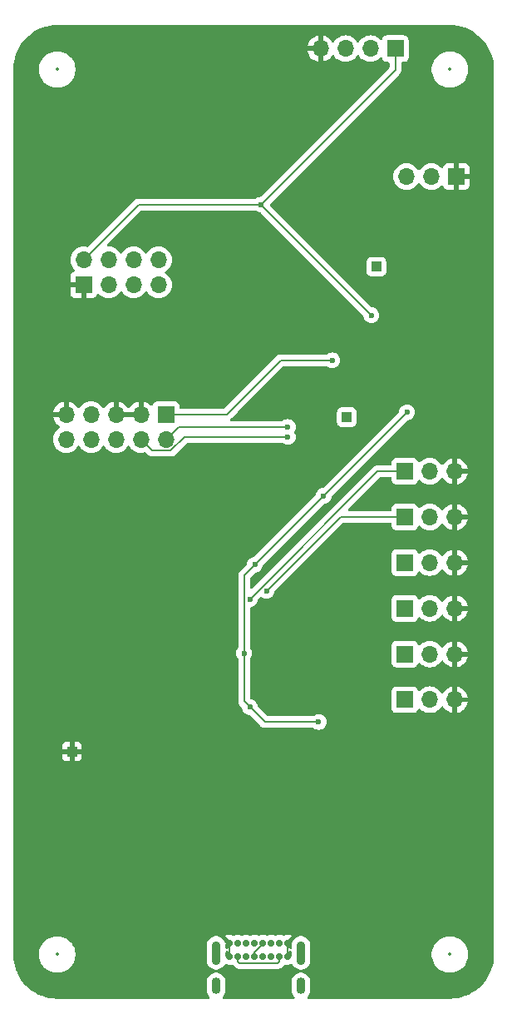
<source format=gbl>
%TF.GenerationSoftware,KiCad,Pcbnew,8.0.8-2.fc41*%
%TF.CreationDate,2025-02-22T17:19:49+01:00*%
%TF.ProjectId,Computy,436f6d70-7574-4792-9e6b-696361645f70,rev?*%
%TF.SameCoordinates,Original*%
%TF.FileFunction,Copper,L2,Bot*%
%TF.FilePolarity,Positive*%
%FSLAX46Y46*%
G04 Gerber Fmt 4.6, Leading zero omitted, Abs format (unit mm)*
G04 Created by KiCad (PCBNEW 8.0.8-2.fc41) date 2025-02-22 17:19:49*
%MOMM*%
%LPD*%
G01*
G04 APERTURE LIST*
%TA.AperFunction,ComponentPad*%
%ADD10C,0.700000*%
%TD*%
%TA.AperFunction,ComponentPad*%
%ADD11O,0.900000X2.400000*%
%TD*%
%TA.AperFunction,ComponentPad*%
%ADD12O,0.900000X1.700000*%
%TD*%
%TA.AperFunction,ComponentPad*%
%ADD13R,1.700000X1.700000*%
%TD*%
%TA.AperFunction,ComponentPad*%
%ADD14O,1.700000X1.700000*%
%TD*%
%TA.AperFunction,ComponentPad*%
%ADD15R,1.000000X1.000000*%
%TD*%
%TA.AperFunction,ViaPad*%
%ADD16C,0.600000*%
%TD*%
%TA.AperFunction,Conductor*%
%ADD17C,0.200000*%
%TD*%
%ADD18C,0.300000*%
%ADD19C,0.350000*%
%ADD20O,0.600000X2.100000*%
%ADD21O,0.600000X1.400000*%
G04 APERTURE END LIST*
D10*
%TO.P,J1,A1,GND*%
%TO.N,GND*%
X107537500Y-134000000D03*
%TO.P,J1,A4,VBUS*%
%TO.N,Net-(D2-A)*%
X108387500Y-134000000D03*
%TO.P,J1,A5,CC1*%
%TO.N,Net-(J1-CC1)*%
X109237500Y-134000000D03*
%TO.P,J1,A6,D+*%
%TO.N,/USB_D+*%
X110087500Y-134000000D03*
%TO.P,J1,A7,D-*%
%TO.N,/USB_D-*%
X110937500Y-134000000D03*
%TO.P,J1,A8,SBU1*%
%TO.N,unconnected-(J1-SBU1-PadA8)*%
X111787500Y-134000000D03*
%TO.P,J1,A9,VBUS*%
%TO.N,Net-(D2-A)*%
X112637500Y-134000000D03*
%TO.P,J1,A12,GND*%
%TO.N,GND*%
X113487500Y-134000000D03*
%TO.P,J1,B1,GND*%
X113487500Y-135350000D03*
%TO.P,J1,B4,VBUS*%
%TO.N,Net-(D2-A)*%
X112637500Y-135350000D03*
%TO.P,J1,B5,CC2*%
%TO.N,Net-(J1-CC2)*%
X111787500Y-135350000D03*
%TO.P,J1,B6,D+*%
%TO.N,/USB_D+*%
X110937500Y-135350000D03*
%TO.P,J1,B7,D-*%
%TO.N,/USB_D-*%
X110087500Y-135350000D03*
%TO.P,J1,B8,SBU2*%
%TO.N,unconnected-(J1-SBU2-PadB8)*%
X109237500Y-135350000D03*
%TO.P,J1,B9,VBUS*%
%TO.N,Net-(D2-A)*%
X108387500Y-135350000D03*
%TO.P,J1,B12,GND*%
%TO.N,GND*%
X107537500Y-135350000D03*
D11*
%TO.P,J1,S1,SHIELD*%
%TO.N,unconnected-(J1-SHIELD-PadS1)_2*%
X106187500Y-134980000D03*
D12*
%TO.N,unconnected-(J1-SHIELD-PadS1)*%
X106187500Y-138360000D03*
D11*
%TO.N,unconnected-(J1-SHIELD-PadS1)_3*%
X114837500Y-134980000D03*
D12*
%TO.N,unconnected-(J1-SHIELD-PadS1)_1*%
X114837500Y-138360000D03*
%TD*%
D13*
%TO.P,M4,1,PWM*%
%TO.N,/TIM8_CH4*%
X125420000Y-95287500D03*
D14*
%TO.P,M4,2,+*%
%TO.N,+5V*%
X127960000Y-95287500D03*
%TO.P,M4,3,-*%
%TO.N,GND*%
X130500000Y-95287500D03*
%TD*%
D15*
%TO.P,TP3,1,1*%
%TO.N,GND*%
X91500000Y-114500000D03*
%TD*%
%TO.P,TP2,1,1*%
%TO.N,+3.3V*%
X119500000Y-80500000D03*
%TD*%
D13*
%TO.P,M6,1,PWM*%
%TO.N,/TIM3_CH2*%
X125420000Y-85987500D03*
D14*
%TO.P,M6,2,+*%
%TO.N,+5V*%
X127960000Y-85987500D03*
%TO.P,M6,3,-*%
%TO.N,GND*%
X130500000Y-85987500D03*
%TD*%
D13*
%TO.P,M1,1,PWM*%
%TO.N,/TIM8_CH1*%
X125420000Y-109237500D03*
D14*
%TO.P,M1,2,+*%
%TO.N,+5V*%
X127960000Y-109237500D03*
%TO.P,M1,3,-*%
%TO.N,GND*%
X130500000Y-109237500D03*
%TD*%
D13*
%TO.P,M3,1,PWM*%
%TO.N,/TIM8_CH3*%
X125420000Y-99937500D03*
D14*
%TO.P,M3,2,+*%
%TO.N,+5V*%
X127960000Y-99937500D03*
%TO.P,M3,3,-*%
%TO.N,GND*%
X130500000Y-99937500D03*
%TD*%
D13*
%TO.P,J4,1,Pin_1*%
%TO.N,+3.3V*%
X124437500Y-43025000D03*
D14*
%TO.P,J4,2,Pin_2*%
%TO.N,TX_GPS*%
X121897500Y-43025000D03*
%TO.P,J4,3,Pin_3*%
%TO.N,RX_GPS*%
X119357500Y-43025000D03*
%TO.P,J4,4,Pin_4*%
%TO.N,GND*%
X116817500Y-43025000D03*
%TD*%
D13*
%TO.P,M2,1,PWM*%
%TO.N,/TIM8_CH2*%
X125420000Y-104587500D03*
D14*
%TO.P,M2,2,+*%
%TO.N,+5V*%
X127960000Y-104587500D03*
%TO.P,M2,3,-*%
%TO.N,GND*%
X130500000Y-104587500D03*
%TD*%
D15*
%TO.P,TP1,1,1*%
%TO.N,+5V*%
X122500000Y-65200000D03*
%TD*%
D13*
%TO.P,J3,1,Pin_1*%
%TO.N,GND*%
X130662500Y-56025000D03*
D14*
%TO.P,J3,2,Pin_2*%
%TO.N,+5V*%
X128122500Y-56025000D03*
%TO.P,J3,3,Pin_3*%
%TO.N,/REC_TX*%
X125582500Y-56025000D03*
%TD*%
D13*
%TO.P,M5,1,PWM*%
%TO.N,/TIM3_CH1*%
X125420000Y-90637500D03*
D14*
%TO.P,M5,2,+*%
%TO.N,+5V*%
X127960000Y-90637500D03*
%TO.P,M5,3,-*%
%TO.N,GND*%
X130500000Y-90637500D03*
%TD*%
%TO.P,J2,10,~{RESET}*%
%TO.N,/NRST*%
X90915000Y-82765000D03*
%TO.P,J2,9,GNDDetect*%
%TO.N,GND*%
X90915000Y-80225000D03*
%TO.P,J2,8,NC/TDI*%
%TO.N,unconnected-(J2-NC{slash}TDI-Pad8)*%
X93455000Y-82765000D03*
%TO.P,J2,7,KEY*%
%TO.N,unconnected-(J2-KEY-Pad7)*%
X93455000Y-80225000D03*
%TO.P,J2,6,SWO/TDO*%
%TO.N,unconnected-(J2-SWO{slash}TDO-Pad6)*%
X95995000Y-82765000D03*
%TO.P,J2,5,GND*%
%TO.N,GND*%
X95995000Y-80225000D03*
%TO.P,J2,4,SWCLK/TCK*%
%TO.N,/SWCLK*%
X98535000Y-82765000D03*
%TO.P,J2,3,GND*%
%TO.N,GND*%
X98535000Y-80225000D03*
%TO.P,J2,2,SWDIO/TMS*%
%TO.N,/SWDIO*%
X101075000Y-82765000D03*
D13*
%TO.P,J2,1,VTref*%
%TO.N,Net-(D1-A)*%
X101075000Y-80225000D03*
%TD*%
%TO.P,J5,1,Pin_1*%
%TO.N,GND*%
X92700000Y-67040000D03*
D14*
%TO.P,J5,2,Pin_2*%
%TO.N,+3.3V*%
X92700000Y-64500000D03*
%TO.P,J5,3,Pin_3*%
%TO.N,unconnected-(J5-Pin_3-Pad3)*%
X95240000Y-67040000D03*
%TO.P,J5,4,Pin_4*%
%TO.N,/CC1101_CSN*%
X95240000Y-64500000D03*
%TO.P,J5,5,Pin_5*%
%TO.N,/SPI3_SCK*%
X97780000Y-67040000D03*
%TO.P,J5,6,Pin_6*%
%TO.N,/SPI3_MOSI*%
X97780000Y-64500000D03*
%TO.P,J5,7,Pin_7*%
%TO.N,/SPI3_MISO*%
X100320000Y-67040000D03*
%TO.P,J5,8,Pin_8*%
%TO.N,unconnected-(J5-Pin_8-Pad8)*%
X100320000Y-64500000D03*
%TD*%
D16*
%TO.N,GND*%
X94000000Y-101500000D03*
X107500000Y-92500000D03*
X103500000Y-89000000D03*
X98000000Y-98500000D03*
X118000000Y-105000000D03*
%TO.N,+3.3V*%
X116637500Y-111500000D03*
X117137500Y-88500000D03*
X109637500Y-110000000D03*
X110750000Y-58887500D03*
X110137500Y-95500000D03*
X125637500Y-80000000D03*
X122000000Y-70137500D03*
X109037500Y-104500000D03*
%TO.N,GND*%
X129000000Y-65637500D03*
X111000000Y-49637500D03*
X121637500Y-93000000D03*
X104500000Y-103500000D03*
X108637500Y-84000000D03*
X97637500Y-93000000D03*
X131000000Y-77137500D03*
X121137500Y-136000000D03*
X99137500Y-132000000D03*
X107500000Y-49412500D03*
X91137500Y-95000000D03*
%TO.N,/TIM3_CH1*%
X111311765Y-98174265D03*
%TO.N,/TIM3_CH2*%
X109637500Y-99000000D03*
%TO.N,/SWDIO*%
X113500000Y-81500000D03*
%TO.N,Net-(D1-A)*%
X118000000Y-74730000D03*
%TO.N,/SWCLK*%
X113500000Y-82500000D03*
%TD*%
D17*
%TO.N,+3.3V*%
X110750000Y-58887500D02*
X124437500Y-45200000D01*
X124437500Y-45200000D02*
X124437500Y-43025000D01*
X112137500Y-111500000D02*
X116637500Y-111500000D01*
X111137500Y-111500000D02*
X112137500Y-111500000D01*
X110750000Y-58887500D02*
X122000000Y-70137500D01*
X117137500Y-88500000D02*
X110137500Y-95500000D01*
X109637500Y-110000000D02*
X111137500Y-111500000D01*
X109037500Y-96600000D02*
X109037500Y-109400000D01*
X117137500Y-88500000D02*
X125637500Y-80000000D01*
X109037500Y-109400000D02*
X109637500Y-110000000D01*
X110137500Y-95500000D02*
X109037500Y-96600000D01*
X98272500Y-58887500D02*
X110750000Y-58887500D01*
X92700000Y-64460000D02*
X98272500Y-58887500D01*
%TO.N,GND*%
X107537500Y-134000000D02*
X107537500Y-135350000D01*
X113487500Y-134000000D02*
X113487500Y-135350000D01*
%TO.N,/TIM3_CH1*%
X111311765Y-98174265D02*
X118848530Y-90637500D01*
X118848530Y-90637500D02*
X125420000Y-90637500D01*
%TO.N,/TIM3_CH2*%
X109637500Y-99000000D02*
X122650000Y-85987500D01*
X122650000Y-85987500D02*
X125420000Y-85987500D01*
%TO.N,/USB_D-*%
X110087500Y-135350000D02*
X110087500Y-134919239D01*
X110937500Y-134069239D02*
X110937500Y-134000000D01*
X110087500Y-134919239D02*
X110937500Y-134069239D01*
%TO.N,/SWDIO*%
X113500000Y-81500000D02*
X102340000Y-81500000D01*
X102340000Y-81500000D02*
X101075000Y-82765000D01*
%TO.N,Net-(D1-A)*%
X112770000Y-74730000D02*
X107275000Y-80225000D01*
X107275000Y-80225000D02*
X101075000Y-80225000D01*
X118000000Y-74730000D02*
X112770000Y-74730000D01*
%TO.N,/SWCLK*%
X102966346Y-82500000D02*
X101551346Y-83915000D01*
X99685000Y-83915000D02*
X98535000Y-82765000D01*
X101551346Y-83915000D02*
X99685000Y-83915000D01*
X113500000Y-82500000D02*
X102966346Y-82500000D01*
%TO.N,Net-(D2-A)*%
X112637500Y-135350000D02*
X112637500Y-135844974D01*
X108542526Y-136000000D02*
X108387500Y-135844974D01*
X108387500Y-135844974D02*
X108387500Y-135350000D01*
X112637500Y-135844974D02*
X112482474Y-136000000D01*
X112482474Y-136000000D02*
X108542526Y-136000000D01*
%TD*%
%TA.AperFunction,Conductor*%
%TO.N,GND*%
G36*
X113806334Y-134780126D02*
G01*
X113862267Y-134821998D01*
X113886684Y-134887462D01*
X113887000Y-134896308D01*
X113887000Y-135252691D01*
X113867315Y-135319730D01*
X113850681Y-135340373D01*
X113751957Y-135439096D01*
X113690633Y-135472580D01*
X113650624Y-135469718D01*
X113657052Y-135463291D01*
X113687500Y-135389782D01*
X113687500Y-135310218D01*
X113657052Y-135236709D01*
X113600791Y-135180448D01*
X113527282Y-135150000D01*
X113466785Y-135150000D01*
X113457689Y-135122006D01*
X113455694Y-135052165D01*
X113487939Y-134996007D01*
X113675319Y-134808627D01*
X113736642Y-134775142D01*
X113806334Y-134780126D01*
G37*
%TD.AperFunction*%
%TA.AperFunction,Conductor*%
G36*
X107343203Y-134802596D02*
G01*
X107349681Y-134808628D01*
X107537060Y-134996007D01*
X107570545Y-135057330D01*
X107567311Y-135122004D01*
X107558214Y-135150000D01*
X107497718Y-135150000D01*
X107424209Y-135180448D01*
X107367948Y-135236709D01*
X107337500Y-135310218D01*
X107337500Y-135389782D01*
X107367948Y-135463291D01*
X107376478Y-135471821D01*
X107317388Y-135467596D01*
X107273040Y-135439095D01*
X107174318Y-135340372D01*
X107140834Y-135279048D01*
X107138000Y-135252691D01*
X107138000Y-134896309D01*
X107157685Y-134829270D01*
X107210489Y-134783515D01*
X107279647Y-134773571D01*
X107343203Y-134802596D01*
G37*
%TD.AperFunction*%
%TA.AperFunction,Conductor*%
G36*
X98069075Y-80032007D02*
G01*
X98035000Y-80159174D01*
X98035000Y-80290826D01*
X98069075Y-80417993D01*
X98101988Y-80475000D01*
X96428012Y-80475000D01*
X96460925Y-80417993D01*
X96495000Y-80290826D01*
X96495000Y-80159174D01*
X96460925Y-80032007D01*
X96428012Y-79975000D01*
X98101988Y-79975000D01*
X98069075Y-80032007D01*
G37*
%TD.AperFunction*%
%TA.AperFunction,Conductor*%
G36*
X130002702Y-40638117D02*
G01*
X130386771Y-40654886D01*
X130397506Y-40655826D01*
X130775971Y-40705652D01*
X130786597Y-40707525D01*
X131159284Y-40790148D01*
X131169710Y-40792942D01*
X131533765Y-40907727D01*
X131543911Y-40911420D01*
X131896578Y-41057500D01*
X131906369Y-41062066D01*
X132244942Y-41238316D01*
X132254310Y-41243724D01*
X132576244Y-41448818D01*
X132585105Y-41455023D01*
X132887930Y-41687389D01*
X132896217Y-41694343D01*
X133177635Y-41952215D01*
X133185284Y-41959864D01*
X133443156Y-42241282D01*
X133450110Y-42249569D01*
X133682476Y-42552394D01*
X133688681Y-42561255D01*
X133893775Y-42883189D01*
X133899183Y-42892557D01*
X134075430Y-43231123D01*
X134080002Y-43240927D01*
X134226075Y-43593578D01*
X134229775Y-43603744D01*
X134344554Y-43967778D01*
X134347354Y-43978227D01*
X134429971Y-44350889D01*
X134431849Y-44361542D01*
X134481671Y-44739973D01*
X134482614Y-44750749D01*
X134499382Y-45134797D01*
X134499500Y-45140206D01*
X134499500Y-135134793D01*
X134499382Y-135140202D01*
X134482614Y-135524250D01*
X134481671Y-135535026D01*
X134431849Y-135913457D01*
X134429971Y-135924110D01*
X134347354Y-136296772D01*
X134344554Y-136307221D01*
X134229775Y-136671255D01*
X134226075Y-136681421D01*
X134080002Y-137034072D01*
X134075430Y-137043876D01*
X133899183Y-137382442D01*
X133893775Y-137391810D01*
X133688681Y-137713744D01*
X133682476Y-137722605D01*
X133450110Y-138025430D01*
X133443156Y-138033717D01*
X133185284Y-138315135D01*
X133177635Y-138322784D01*
X132896217Y-138580656D01*
X132887930Y-138587610D01*
X132585105Y-138819976D01*
X132576244Y-138826181D01*
X132254310Y-139031275D01*
X132244942Y-139036683D01*
X131906376Y-139212930D01*
X131896572Y-139217502D01*
X131543921Y-139363575D01*
X131533755Y-139367275D01*
X131169721Y-139482054D01*
X131159272Y-139484854D01*
X130786610Y-139567471D01*
X130775957Y-139569349D01*
X130397526Y-139619171D01*
X130386750Y-139620114D01*
X130002703Y-139636882D01*
X129997294Y-139637000D01*
X115604073Y-139637000D01*
X115537034Y-139617315D01*
X115491279Y-139564511D01*
X115481335Y-139495353D01*
X115510360Y-139431797D01*
X115516392Y-139425319D01*
X115575799Y-139365911D01*
X115575802Y-139365908D01*
X115679822Y-139210231D01*
X115751473Y-139037251D01*
X115788000Y-138853616D01*
X115788000Y-137866384D01*
X115751473Y-137682749D01*
X115679822Y-137509769D01*
X115679821Y-137509768D01*
X115679818Y-137509762D01*
X115575802Y-137354092D01*
X115575799Y-137354088D01*
X115443411Y-137221700D01*
X115443407Y-137221697D01*
X115287737Y-137117681D01*
X115287728Y-137117676D01*
X115114751Y-137046027D01*
X115114743Y-137046025D01*
X114931120Y-137009500D01*
X114931116Y-137009500D01*
X114743884Y-137009500D01*
X114743879Y-137009500D01*
X114560256Y-137046025D01*
X114560248Y-137046027D01*
X114387271Y-137117676D01*
X114387262Y-137117681D01*
X114231592Y-137221697D01*
X114231588Y-137221700D01*
X114099200Y-137354088D01*
X114099197Y-137354092D01*
X113995181Y-137509762D01*
X113995176Y-137509771D01*
X113923527Y-137682748D01*
X113923525Y-137682756D01*
X113887000Y-137866379D01*
X113887000Y-138853620D01*
X113923525Y-139037243D01*
X113923527Y-139037251D01*
X113995176Y-139210228D01*
X113995181Y-139210237D01*
X114099197Y-139365907D01*
X114099200Y-139365911D01*
X114158608Y-139425319D01*
X114192093Y-139486642D01*
X114187109Y-139556334D01*
X114145237Y-139612267D01*
X114079773Y-139636684D01*
X114070927Y-139637000D01*
X106954073Y-139637000D01*
X106887034Y-139617315D01*
X106841279Y-139564511D01*
X106831335Y-139495353D01*
X106860360Y-139431797D01*
X106866392Y-139425319D01*
X106925799Y-139365911D01*
X106925802Y-139365908D01*
X107029822Y-139210231D01*
X107101473Y-139037251D01*
X107138000Y-138853616D01*
X107138000Y-137866384D01*
X107101473Y-137682749D01*
X107029822Y-137509769D01*
X107029821Y-137509768D01*
X107029818Y-137509762D01*
X106925802Y-137354092D01*
X106925799Y-137354088D01*
X106793411Y-137221700D01*
X106793407Y-137221697D01*
X106637737Y-137117681D01*
X106637728Y-137117676D01*
X106464751Y-137046027D01*
X106464743Y-137046025D01*
X106281120Y-137009500D01*
X106281116Y-137009500D01*
X106093884Y-137009500D01*
X106093879Y-137009500D01*
X105910256Y-137046025D01*
X105910248Y-137046027D01*
X105737271Y-137117676D01*
X105737262Y-137117681D01*
X105581592Y-137221697D01*
X105581588Y-137221700D01*
X105449200Y-137354088D01*
X105449197Y-137354092D01*
X105345181Y-137509762D01*
X105345176Y-137509771D01*
X105273527Y-137682748D01*
X105273525Y-137682756D01*
X105237000Y-137866379D01*
X105237000Y-138853620D01*
X105273525Y-139037243D01*
X105273527Y-139037251D01*
X105345176Y-139210228D01*
X105345181Y-139210237D01*
X105449197Y-139365907D01*
X105449200Y-139365911D01*
X105508608Y-139425319D01*
X105542093Y-139486642D01*
X105537109Y-139556334D01*
X105495237Y-139612267D01*
X105429773Y-139636684D01*
X105420927Y-139637000D01*
X90002706Y-139637000D01*
X89997297Y-139636882D01*
X89613249Y-139620114D01*
X89602473Y-139619171D01*
X89224042Y-139569349D01*
X89213389Y-139567471D01*
X88840727Y-139484854D01*
X88830278Y-139482054D01*
X88466244Y-139367275D01*
X88456078Y-139363575D01*
X88103427Y-139217502D01*
X88093623Y-139212930D01*
X87755057Y-139036683D01*
X87745689Y-139031275D01*
X87423755Y-138826181D01*
X87414894Y-138819976D01*
X87112069Y-138587610D01*
X87103782Y-138580656D01*
X86822364Y-138322784D01*
X86814715Y-138315135D01*
X86556843Y-138033717D01*
X86549889Y-138025430D01*
X86317523Y-137722605D01*
X86311318Y-137713744D01*
X86181367Y-137509762D01*
X86106223Y-137391809D01*
X86100816Y-137382442D01*
X85924569Y-137043876D01*
X85919997Y-137034072D01*
X85909819Y-137009500D01*
X85773920Y-136681411D01*
X85770224Y-136671255D01*
X85655442Y-136307210D01*
X85652648Y-136296784D01*
X85570025Y-135924097D01*
X85568152Y-135913471D01*
X85518326Y-135535006D01*
X85517386Y-135524271D01*
X85500618Y-135140202D01*
X85500500Y-135134793D01*
X85500500Y-135016211D01*
X88149500Y-135016211D01*
X88149500Y-135258788D01*
X88181161Y-135499285D01*
X88243947Y-135733604D01*
X88336773Y-135957705D01*
X88336777Y-135957714D01*
X88358974Y-135996161D01*
X88458064Y-136167789D01*
X88458066Y-136167792D01*
X88458067Y-136167793D01*
X88605733Y-136360236D01*
X88605739Y-136360243D01*
X88777256Y-136531760D01*
X88777262Y-136531765D01*
X88969711Y-136679436D01*
X89179788Y-136800724D01*
X89403900Y-136893554D01*
X89638211Y-136956338D01*
X89818586Y-136980084D01*
X89878711Y-136988000D01*
X89878712Y-136988000D01*
X90121289Y-136988000D01*
X90169388Y-136981667D01*
X90361789Y-136956338D01*
X90596100Y-136893554D01*
X90820212Y-136800724D01*
X91030289Y-136679436D01*
X91222738Y-136531765D01*
X91394265Y-136360238D01*
X91541936Y-136167789D01*
X91663224Y-135957712D01*
X91756054Y-135733600D01*
X91818838Y-135499289D01*
X91850500Y-135258788D01*
X91850500Y-135016212D01*
X91818838Y-134775711D01*
X91756054Y-134541400D01*
X91663224Y-134317288D01*
X91558776Y-134136379D01*
X105237000Y-134136379D01*
X105237000Y-135823620D01*
X105273525Y-136007243D01*
X105273527Y-136007251D01*
X105345176Y-136180228D01*
X105345181Y-136180237D01*
X105449197Y-136335907D01*
X105449200Y-136335911D01*
X105581588Y-136468299D01*
X105581592Y-136468302D01*
X105737262Y-136572318D01*
X105737268Y-136572321D01*
X105737269Y-136572322D01*
X105910249Y-136643973D01*
X106088515Y-136679432D01*
X106093879Y-136680499D01*
X106093883Y-136680500D01*
X106093884Y-136680500D01*
X106281117Y-136680500D01*
X106281118Y-136680499D01*
X106464751Y-136643973D01*
X106637731Y-136572322D01*
X106793408Y-136468302D01*
X106925802Y-136335908D01*
X107007461Y-136213697D01*
X107033207Y-136175166D01*
X107034203Y-136175831D01*
X107078699Y-136130517D01*
X107146834Y-136115043D01*
X107189552Y-136125524D01*
X107273385Y-136162849D01*
X107273389Y-136162851D01*
X107448161Y-136200000D01*
X107626839Y-136200000D01*
X107782136Y-136166990D01*
X107851803Y-136172306D01*
X107900606Y-136208569D01*
X107901233Y-136207943D01*
X107905484Y-136212194D01*
X107906294Y-136212796D01*
X107906979Y-136213689D01*
X108025849Y-136332559D01*
X108025855Y-136332564D01*
X108057665Y-136364374D01*
X108057675Y-136364385D01*
X108062005Y-136368715D01*
X108062006Y-136368716D01*
X108173810Y-136480520D01*
X108260379Y-136530500D01*
X108310741Y-136559577D01*
X108463469Y-136600501D01*
X108463472Y-136600501D01*
X108629179Y-136600501D01*
X108629195Y-136600500D01*
X112395805Y-136600500D01*
X112395821Y-136600501D01*
X112403417Y-136600501D01*
X112561528Y-136600501D01*
X112561531Y-136600501D01*
X112714259Y-136559577D01*
X112764621Y-136530500D01*
X112851190Y-136480520D01*
X112962994Y-136368716D01*
X112962994Y-136368714D01*
X112973198Y-136358511D01*
X112973202Y-136358506D01*
X112996006Y-136335702D01*
X112996011Y-136335698D01*
X113006214Y-136325494D01*
X113006216Y-136325494D01*
X113118020Y-136213690D01*
X113118027Y-136213676D01*
X113118698Y-136212804D01*
X113119469Y-136212240D01*
X113123767Y-136207943D01*
X113124436Y-136208612D01*
X113175122Y-136171595D01*
X113242863Y-136166990D01*
X113398161Y-136200000D01*
X113576839Y-136200000D01*
X113751610Y-136162851D01*
X113835446Y-136125524D01*
X113904696Y-136116238D01*
X113967973Y-136145866D01*
X113991366Y-136175451D01*
X113991793Y-136175166D01*
X114099197Y-136335907D01*
X114099200Y-136335911D01*
X114231588Y-136468299D01*
X114231592Y-136468302D01*
X114387262Y-136572318D01*
X114387268Y-136572321D01*
X114387269Y-136572322D01*
X114560249Y-136643973D01*
X114738515Y-136679432D01*
X114743879Y-136680499D01*
X114743883Y-136680500D01*
X114743884Y-136680500D01*
X114931117Y-136680500D01*
X114931118Y-136680499D01*
X115114751Y-136643973D01*
X115287731Y-136572322D01*
X115443408Y-136468302D01*
X115575802Y-136335908D01*
X115679822Y-136180231D01*
X115751473Y-136007251D01*
X115788000Y-135823616D01*
X115788000Y-135016211D01*
X128149500Y-135016211D01*
X128149500Y-135258788D01*
X128181161Y-135499285D01*
X128243947Y-135733604D01*
X128336773Y-135957705D01*
X128336777Y-135957714D01*
X128358974Y-135996161D01*
X128458064Y-136167789D01*
X128458066Y-136167792D01*
X128458067Y-136167793D01*
X128605733Y-136360236D01*
X128605739Y-136360243D01*
X128777256Y-136531760D01*
X128777262Y-136531765D01*
X128969711Y-136679436D01*
X129179788Y-136800724D01*
X129403900Y-136893554D01*
X129638211Y-136956338D01*
X129818586Y-136980084D01*
X129878711Y-136988000D01*
X129878712Y-136988000D01*
X130121289Y-136988000D01*
X130169388Y-136981667D01*
X130361789Y-136956338D01*
X130596100Y-136893554D01*
X130820212Y-136800724D01*
X131030289Y-136679436D01*
X131222738Y-136531765D01*
X131394265Y-136360238D01*
X131541936Y-136167789D01*
X131663224Y-135957712D01*
X131756054Y-135733600D01*
X131818838Y-135499289D01*
X131850500Y-135258788D01*
X131850500Y-135016212D01*
X131818838Y-134775711D01*
X131756054Y-134541400D01*
X131663224Y-134317288D01*
X131541936Y-134107211D01*
X131423419Y-133952756D01*
X131394266Y-133914763D01*
X131394260Y-133914756D01*
X131222743Y-133743239D01*
X131222736Y-133743233D01*
X131030293Y-133595567D01*
X131030292Y-133595566D01*
X131030289Y-133595564D01*
X130820212Y-133474276D01*
X130820205Y-133474273D01*
X130596104Y-133381447D01*
X130361785Y-133318661D01*
X130121289Y-133287000D01*
X130121288Y-133287000D01*
X129878712Y-133287000D01*
X129878711Y-133287000D01*
X129638214Y-133318661D01*
X129403895Y-133381447D01*
X129179794Y-133474273D01*
X129179785Y-133474277D01*
X128969706Y-133595567D01*
X128777263Y-133743233D01*
X128777256Y-133743239D01*
X128605739Y-133914756D01*
X128605733Y-133914763D01*
X128458067Y-134107206D01*
X128336777Y-134317285D01*
X128336773Y-134317294D01*
X128243947Y-134541395D01*
X128181161Y-134775714D01*
X128149500Y-135016211D01*
X115788000Y-135016211D01*
X115788000Y-134136384D01*
X115751473Y-133952749D01*
X115679822Y-133779769D01*
X115679821Y-133779768D01*
X115679818Y-133779762D01*
X115575802Y-133624092D01*
X115575799Y-133624088D01*
X115443411Y-133491700D01*
X115443407Y-133491697D01*
X115287737Y-133387681D01*
X115287728Y-133387676D01*
X115114751Y-133316027D01*
X115114743Y-133316025D01*
X114931120Y-133279500D01*
X114931116Y-133279500D01*
X114743884Y-133279500D01*
X114743879Y-133279500D01*
X114560256Y-133316025D01*
X114560248Y-133316027D01*
X114387271Y-133387676D01*
X114387262Y-133387681D01*
X114231592Y-133491697D01*
X114231588Y-133491700D01*
X114099200Y-133624088D01*
X114099197Y-133624092D01*
X113995181Y-133779762D01*
X113995178Y-133779769D01*
X113957871Y-133869834D01*
X113930992Y-133910061D01*
X113841053Y-134000000D01*
X113855136Y-134014083D01*
X113888622Y-134075406D01*
X113889074Y-134125951D01*
X113887000Y-134136377D01*
X113887000Y-134453691D01*
X113867315Y-134520730D01*
X113814511Y-134566485D01*
X113745353Y-134576429D01*
X113681797Y-134547404D01*
X113675319Y-134541372D01*
X113487939Y-134353991D01*
X113454454Y-134292668D01*
X113457688Y-134227994D01*
X113466785Y-134200000D01*
X113527282Y-134200000D01*
X113600791Y-134169552D01*
X113657052Y-134113291D01*
X113687500Y-134039782D01*
X113687500Y-133960218D01*
X113657052Y-133886709D01*
X113600791Y-133830448D01*
X113527282Y-133800000D01*
X113466785Y-133800000D01*
X113457687Y-133772003D01*
X113455692Y-133702165D01*
X113487938Y-133646006D01*
X113886666Y-133247279D01*
X113886666Y-133247278D01*
X113751608Y-133187148D01*
X113751609Y-133187148D01*
X113576839Y-133150000D01*
X113398161Y-133150000D01*
X113223390Y-133187148D01*
X113223387Y-133187149D01*
X113113548Y-133236052D01*
X113044298Y-133245336D01*
X113012679Y-133236052D01*
X112901765Y-133186670D01*
X112774094Y-133159533D01*
X112726891Y-133149500D01*
X112548109Y-133149500D01*
X112510939Y-133157400D01*
X112373234Y-133186670D01*
X112373229Y-133186672D01*
X112262934Y-133235778D01*
X112193684Y-133245062D01*
X112162066Y-133235778D01*
X112051770Y-133186672D01*
X112051765Y-133186670D01*
X111924094Y-133159533D01*
X111876891Y-133149500D01*
X111698109Y-133149500D01*
X111660939Y-133157400D01*
X111523234Y-133186670D01*
X111523229Y-133186672D01*
X111412934Y-133235778D01*
X111343684Y-133245062D01*
X111312066Y-133235778D01*
X111201770Y-133186672D01*
X111201765Y-133186670D01*
X111074094Y-133159533D01*
X111026891Y-133149500D01*
X110848109Y-133149500D01*
X110810939Y-133157400D01*
X110673234Y-133186670D01*
X110673229Y-133186672D01*
X110562934Y-133235778D01*
X110493684Y-133245062D01*
X110462066Y-133235778D01*
X110351770Y-133186672D01*
X110351765Y-133186670D01*
X110224094Y-133159533D01*
X110176891Y-133149500D01*
X109998109Y-133149500D01*
X109960939Y-133157400D01*
X109823234Y-133186670D01*
X109823229Y-133186672D01*
X109712934Y-133235778D01*
X109643684Y-133245062D01*
X109612066Y-133235778D01*
X109501770Y-133186672D01*
X109501765Y-133186670D01*
X109374094Y-133159533D01*
X109326891Y-133149500D01*
X109148109Y-133149500D01*
X109110939Y-133157400D01*
X108973234Y-133186670D01*
X108973229Y-133186672D01*
X108862934Y-133235778D01*
X108793684Y-133245062D01*
X108762066Y-133235778D01*
X108651770Y-133186672D01*
X108651765Y-133186670D01*
X108524094Y-133159533D01*
X108476891Y-133149500D01*
X108298109Y-133149500D01*
X108260939Y-133157400D01*
X108123234Y-133186670D01*
X108123229Y-133186672D01*
X108012318Y-133236052D01*
X107943068Y-133245336D01*
X107911449Y-133236052D01*
X107801610Y-133187148D01*
X107626839Y-133150000D01*
X107448161Y-133150000D01*
X107273390Y-133187148D01*
X107273389Y-133187148D01*
X107138332Y-133247279D01*
X107537061Y-133646007D01*
X107570546Y-133707330D01*
X107567311Y-133772005D01*
X107558215Y-133800000D01*
X107497718Y-133800000D01*
X107424209Y-133830448D01*
X107367948Y-133886709D01*
X107337500Y-133960218D01*
X107337500Y-134039782D01*
X107367948Y-134113291D01*
X107424209Y-134169552D01*
X107497718Y-134200000D01*
X107558215Y-134200000D01*
X107567310Y-134227994D01*
X107569305Y-134297835D01*
X107537060Y-134353992D01*
X107349681Y-134541372D01*
X107288358Y-134574857D01*
X107218667Y-134569873D01*
X107162733Y-134528002D01*
X107138316Y-134462537D01*
X107138000Y-134453691D01*
X107138000Y-134136384D01*
X107135926Y-134125959D01*
X107142152Y-134056368D01*
X107169863Y-134014083D01*
X107183946Y-134000000D01*
X107094007Y-133910061D01*
X107067127Y-133869832D01*
X107029825Y-133779774D01*
X107029818Y-133779762D01*
X106925802Y-133624092D01*
X106925799Y-133624088D01*
X106793411Y-133491700D01*
X106793407Y-133491697D01*
X106637737Y-133387681D01*
X106637728Y-133387676D01*
X106464751Y-133316027D01*
X106464743Y-133316025D01*
X106281120Y-133279500D01*
X106281116Y-133279500D01*
X106093884Y-133279500D01*
X106093879Y-133279500D01*
X105910256Y-133316025D01*
X105910248Y-133316027D01*
X105737271Y-133387676D01*
X105737262Y-133387681D01*
X105581592Y-133491697D01*
X105581588Y-133491700D01*
X105449200Y-133624088D01*
X105449197Y-133624092D01*
X105345181Y-133779762D01*
X105345176Y-133779771D01*
X105273527Y-133952748D01*
X105273525Y-133952756D01*
X105237000Y-134136379D01*
X91558776Y-134136379D01*
X91541936Y-134107211D01*
X91423419Y-133952756D01*
X91394266Y-133914763D01*
X91394260Y-133914756D01*
X91222743Y-133743239D01*
X91222736Y-133743233D01*
X91030293Y-133595567D01*
X91030292Y-133595566D01*
X91030289Y-133595564D01*
X90820212Y-133474276D01*
X90820205Y-133474273D01*
X90596104Y-133381447D01*
X90361785Y-133318661D01*
X90121289Y-133287000D01*
X90121288Y-133287000D01*
X89878712Y-133287000D01*
X89878711Y-133287000D01*
X89638214Y-133318661D01*
X89403895Y-133381447D01*
X89179794Y-133474273D01*
X89179785Y-133474277D01*
X88969706Y-133595567D01*
X88777263Y-133743233D01*
X88777256Y-133743239D01*
X88605739Y-133914756D01*
X88605733Y-133914763D01*
X88458067Y-134107206D01*
X88336777Y-134317285D01*
X88336773Y-134317294D01*
X88243947Y-134541395D01*
X88181161Y-134775714D01*
X88149500Y-135016211D01*
X85500500Y-135016211D01*
X85500500Y-115047844D01*
X90500000Y-115047844D01*
X90506401Y-115107372D01*
X90506403Y-115107379D01*
X90556645Y-115242086D01*
X90556649Y-115242093D01*
X90642809Y-115357187D01*
X90642812Y-115357190D01*
X90757906Y-115443350D01*
X90757913Y-115443354D01*
X90892620Y-115493596D01*
X90892627Y-115493598D01*
X90952155Y-115499999D01*
X90952172Y-115500000D01*
X91250000Y-115500000D01*
X91750000Y-115500000D01*
X92047828Y-115500000D01*
X92047844Y-115499999D01*
X92107372Y-115493598D01*
X92107379Y-115493596D01*
X92242086Y-115443354D01*
X92242093Y-115443350D01*
X92357187Y-115357190D01*
X92357190Y-115357187D01*
X92443350Y-115242093D01*
X92443354Y-115242086D01*
X92493596Y-115107379D01*
X92493598Y-115107372D01*
X92499999Y-115047844D01*
X92500000Y-115047827D01*
X92500000Y-114750000D01*
X91750000Y-114750000D01*
X91750000Y-115500000D01*
X91250000Y-115500000D01*
X91250000Y-114750000D01*
X90500000Y-114750000D01*
X90500000Y-115047844D01*
X85500500Y-115047844D01*
X85500500Y-114450272D01*
X91250000Y-114450272D01*
X91250000Y-114549728D01*
X91288060Y-114641614D01*
X91358386Y-114711940D01*
X91450272Y-114750000D01*
X91549728Y-114750000D01*
X91641614Y-114711940D01*
X91711940Y-114641614D01*
X91750000Y-114549728D01*
X91750000Y-114450272D01*
X91711940Y-114358386D01*
X91641614Y-114288060D01*
X91549728Y-114250000D01*
X91750000Y-114250000D01*
X92500000Y-114250000D01*
X92500000Y-113952172D01*
X92499999Y-113952155D01*
X92493598Y-113892627D01*
X92493596Y-113892620D01*
X92443354Y-113757913D01*
X92443350Y-113757906D01*
X92357190Y-113642812D01*
X92357187Y-113642809D01*
X92242093Y-113556649D01*
X92242086Y-113556645D01*
X92107379Y-113506403D01*
X92107372Y-113506401D01*
X92047844Y-113500000D01*
X91750000Y-113500000D01*
X91750000Y-114250000D01*
X91549728Y-114250000D01*
X91450272Y-114250000D01*
X91358386Y-114288060D01*
X91288060Y-114358386D01*
X91250000Y-114450272D01*
X85500500Y-114450272D01*
X85500500Y-113952155D01*
X90500000Y-113952155D01*
X90500000Y-114250000D01*
X91250000Y-114250000D01*
X91250000Y-113500000D01*
X90952155Y-113500000D01*
X90892627Y-113506401D01*
X90892620Y-113506403D01*
X90757913Y-113556645D01*
X90757906Y-113556649D01*
X90642812Y-113642809D01*
X90642809Y-113642812D01*
X90556649Y-113757906D01*
X90556645Y-113757913D01*
X90506403Y-113892620D01*
X90506401Y-113892627D01*
X90500000Y-113952155D01*
X85500500Y-113952155D01*
X85500500Y-104499996D01*
X108231935Y-104499996D01*
X108231935Y-104500003D01*
X108252130Y-104679249D01*
X108252131Y-104679254D01*
X108311711Y-104849523D01*
X108407685Y-105002263D01*
X108409945Y-105005097D01*
X108410834Y-105007275D01*
X108411389Y-105008158D01*
X108411234Y-105008255D01*
X108436355Y-105069783D01*
X108437000Y-105082412D01*
X108437000Y-109313330D01*
X108436999Y-109313348D01*
X108436999Y-109479054D01*
X108436998Y-109479054D01*
X108477923Y-109631787D01*
X108488715Y-109650477D01*
X108488716Y-109650478D01*
X108517880Y-109700992D01*
X108556979Y-109768714D01*
X108556981Y-109768717D01*
X108675849Y-109887585D01*
X108675855Y-109887590D01*
X108806798Y-110018533D01*
X108840283Y-110079856D01*
X108842337Y-110092330D01*
X108852130Y-110179249D01*
X108911710Y-110349521D01*
X108971733Y-110445046D01*
X109007684Y-110502262D01*
X109135238Y-110629816D01*
X109287978Y-110725789D01*
X109458245Y-110785368D01*
X109545169Y-110795161D01*
X109609580Y-110822226D01*
X109618965Y-110830700D01*
X110652639Y-111864374D01*
X110652649Y-111864385D01*
X110656979Y-111868715D01*
X110656980Y-111868716D01*
X110768784Y-111980520D01*
X110768786Y-111980521D01*
X110768790Y-111980524D01*
X110905709Y-112059573D01*
X110905716Y-112059577D01*
X111017519Y-112089534D01*
X111058442Y-112100500D01*
X111058443Y-112100500D01*
X112058443Y-112100500D01*
X116055088Y-112100500D01*
X116122127Y-112120185D01*
X116132403Y-112127555D01*
X116135236Y-112129814D01*
X116135238Y-112129816D01*
X116287978Y-112225789D01*
X116458245Y-112285368D01*
X116458250Y-112285369D01*
X116637496Y-112305565D01*
X116637500Y-112305565D01*
X116637504Y-112305565D01*
X116816749Y-112285369D01*
X116816752Y-112285368D01*
X116816755Y-112285368D01*
X116987022Y-112225789D01*
X117139762Y-112129816D01*
X117267316Y-112002262D01*
X117363289Y-111849522D01*
X117422868Y-111679255D01*
X117443065Y-111500000D01*
X117422868Y-111320745D01*
X117363289Y-111150478D01*
X117267316Y-110997738D01*
X117139762Y-110870184D01*
X117076924Y-110830700D01*
X116987023Y-110774211D01*
X116816754Y-110714631D01*
X116816749Y-110714630D01*
X116637504Y-110694435D01*
X116637496Y-110694435D01*
X116458250Y-110714630D01*
X116458245Y-110714631D01*
X116287976Y-110774211D01*
X116135236Y-110870185D01*
X116132403Y-110872445D01*
X116130224Y-110873334D01*
X116129342Y-110873889D01*
X116129244Y-110873734D01*
X116067717Y-110898855D01*
X116055088Y-110899500D01*
X111437597Y-110899500D01*
X111370558Y-110879815D01*
X111349916Y-110863181D01*
X110468200Y-109981465D01*
X110434715Y-109920142D01*
X110432663Y-109907686D01*
X110422868Y-109820745D01*
X110363289Y-109650478D01*
X110267316Y-109497738D01*
X110139762Y-109370184D01*
X109987021Y-109274210D01*
X109816749Y-109214630D01*
X109748116Y-109206897D01*
X109683702Y-109179830D01*
X109644147Y-109122235D01*
X109638000Y-109083677D01*
X109638000Y-108339635D01*
X124069500Y-108339635D01*
X124069500Y-110135370D01*
X124069501Y-110135376D01*
X124075908Y-110194983D01*
X124126202Y-110329828D01*
X124126206Y-110329835D01*
X124212452Y-110445044D01*
X124212455Y-110445047D01*
X124327664Y-110531293D01*
X124327671Y-110531297D01*
X124462517Y-110581591D01*
X124462516Y-110581591D01*
X124469444Y-110582335D01*
X124522127Y-110588000D01*
X126317872Y-110587999D01*
X126377483Y-110581591D01*
X126512331Y-110531296D01*
X126627546Y-110445046D01*
X126713796Y-110329831D01*
X126762810Y-110198416D01*
X126804681Y-110142484D01*
X126870145Y-110118066D01*
X126938418Y-110132917D01*
X126966673Y-110154069D01*
X127088599Y-110275995D01*
X127185384Y-110343765D01*
X127282165Y-110411532D01*
X127282167Y-110411533D01*
X127282170Y-110411535D01*
X127496337Y-110511403D01*
X127724592Y-110572563D01*
X127901034Y-110588000D01*
X127959999Y-110593159D01*
X127960000Y-110593159D01*
X127960001Y-110593159D01*
X128018966Y-110588000D01*
X128195408Y-110572563D01*
X128423663Y-110511403D01*
X128637830Y-110411535D01*
X128831401Y-110275995D01*
X128998495Y-110108901D01*
X129128730Y-109922905D01*
X129183307Y-109879281D01*
X129252805Y-109872087D01*
X129315160Y-109903610D01*
X129331879Y-109922905D01*
X129461890Y-110108578D01*
X129628917Y-110275605D01*
X129822421Y-110411100D01*
X130036507Y-110510929D01*
X130036516Y-110510933D01*
X130250000Y-110568134D01*
X130250000Y-109670512D01*
X130307007Y-109703425D01*
X130434174Y-109737500D01*
X130565826Y-109737500D01*
X130692993Y-109703425D01*
X130750000Y-109670512D01*
X130750000Y-110568133D01*
X130963483Y-110510933D01*
X130963492Y-110510929D01*
X131177578Y-110411100D01*
X131371082Y-110275605D01*
X131538105Y-110108582D01*
X131673600Y-109915078D01*
X131773429Y-109700992D01*
X131773432Y-109700986D01*
X131830636Y-109487500D01*
X130933012Y-109487500D01*
X130965925Y-109430493D01*
X131000000Y-109303326D01*
X131000000Y-109171674D01*
X130965925Y-109044507D01*
X130933012Y-108987500D01*
X131830636Y-108987500D01*
X131830635Y-108987499D01*
X131773432Y-108774013D01*
X131773429Y-108774007D01*
X131673600Y-108559922D01*
X131673599Y-108559920D01*
X131538113Y-108366426D01*
X131538108Y-108366420D01*
X131371082Y-108199394D01*
X131177578Y-108063899D01*
X130963492Y-107964070D01*
X130963486Y-107964067D01*
X130750000Y-107906864D01*
X130750000Y-108804488D01*
X130692993Y-108771575D01*
X130565826Y-108737500D01*
X130434174Y-108737500D01*
X130307007Y-108771575D01*
X130250000Y-108804488D01*
X130250000Y-107906864D01*
X130249999Y-107906864D01*
X130036513Y-107964067D01*
X130036507Y-107964070D01*
X129822422Y-108063899D01*
X129822420Y-108063900D01*
X129628926Y-108199386D01*
X129628920Y-108199391D01*
X129461891Y-108366420D01*
X129461890Y-108366422D01*
X129331880Y-108552095D01*
X129277303Y-108595719D01*
X129207804Y-108602912D01*
X129145450Y-108571390D01*
X129128730Y-108552094D01*
X128998494Y-108366097D01*
X128831402Y-108199006D01*
X128831395Y-108199001D01*
X128637834Y-108063467D01*
X128637830Y-108063465D01*
X128637828Y-108063464D01*
X128423663Y-107963597D01*
X128423659Y-107963596D01*
X128423655Y-107963594D01*
X128195413Y-107902438D01*
X128195403Y-107902436D01*
X127960001Y-107881841D01*
X127959999Y-107881841D01*
X127724596Y-107902436D01*
X127724586Y-107902438D01*
X127496344Y-107963594D01*
X127496335Y-107963598D01*
X127282171Y-108063464D01*
X127282169Y-108063465D01*
X127088600Y-108199003D01*
X126966673Y-108320930D01*
X126905350Y-108354414D01*
X126835658Y-108349430D01*
X126779725Y-108307558D01*
X126762810Y-108276581D01*
X126713797Y-108145171D01*
X126713793Y-108145164D01*
X126627547Y-108029955D01*
X126627544Y-108029952D01*
X126512335Y-107943706D01*
X126512328Y-107943702D01*
X126377482Y-107893408D01*
X126377483Y-107893408D01*
X126317883Y-107887001D01*
X126317881Y-107887000D01*
X126317873Y-107887000D01*
X126317864Y-107887000D01*
X124522129Y-107887000D01*
X124522123Y-107887001D01*
X124462516Y-107893408D01*
X124327671Y-107943702D01*
X124327664Y-107943706D01*
X124212455Y-108029952D01*
X124212452Y-108029955D01*
X124126206Y-108145164D01*
X124126202Y-108145171D01*
X124075908Y-108280017D01*
X124069501Y-108339616D01*
X124069500Y-108339635D01*
X109638000Y-108339635D01*
X109638000Y-105082412D01*
X109657685Y-105015373D01*
X109665055Y-105005097D01*
X109667310Y-105002267D01*
X109667316Y-105002262D01*
X109763289Y-104849522D01*
X109822868Y-104679255D01*
X109822869Y-104679249D01*
X109843065Y-104500003D01*
X109843065Y-104499996D01*
X109822869Y-104320750D01*
X109822868Y-104320745D01*
X109763288Y-104150476D01*
X109667313Y-103997734D01*
X109665050Y-103994896D01*
X109664159Y-103992715D01*
X109663611Y-103991842D01*
X109663764Y-103991745D01*
X109638644Y-103930209D01*
X109638000Y-103917587D01*
X109638000Y-103689635D01*
X124069500Y-103689635D01*
X124069500Y-105485370D01*
X124069501Y-105485376D01*
X124075908Y-105544983D01*
X124126202Y-105679828D01*
X124126206Y-105679835D01*
X124212452Y-105795044D01*
X124212455Y-105795047D01*
X124327664Y-105881293D01*
X124327671Y-105881297D01*
X124462517Y-105931591D01*
X124462516Y-105931591D01*
X124469444Y-105932335D01*
X124522127Y-105938000D01*
X126317872Y-105937999D01*
X126377483Y-105931591D01*
X126512331Y-105881296D01*
X126627546Y-105795046D01*
X126713796Y-105679831D01*
X126762810Y-105548416D01*
X126804681Y-105492484D01*
X126870145Y-105468066D01*
X126938418Y-105482917D01*
X126966673Y-105504069D01*
X127088599Y-105625995D01*
X127185384Y-105693765D01*
X127282165Y-105761532D01*
X127282167Y-105761533D01*
X127282170Y-105761535D01*
X127496337Y-105861403D01*
X127724592Y-105922563D01*
X127901034Y-105938000D01*
X127959999Y-105943159D01*
X127960000Y-105943159D01*
X127960001Y-105943159D01*
X128018966Y-105938000D01*
X128195408Y-105922563D01*
X128423663Y-105861403D01*
X128637830Y-105761535D01*
X128831401Y-105625995D01*
X128998495Y-105458901D01*
X129128730Y-105272905D01*
X129183307Y-105229281D01*
X129252805Y-105222087D01*
X129315160Y-105253610D01*
X129331879Y-105272905D01*
X129461890Y-105458578D01*
X129628917Y-105625605D01*
X129822421Y-105761100D01*
X130036507Y-105860929D01*
X130036516Y-105860933D01*
X130250000Y-105918134D01*
X130250000Y-105020512D01*
X130307007Y-105053425D01*
X130434174Y-105087500D01*
X130565826Y-105087500D01*
X130692993Y-105053425D01*
X130750000Y-105020512D01*
X130750000Y-105918133D01*
X130963483Y-105860933D01*
X130963492Y-105860929D01*
X131177578Y-105761100D01*
X131371082Y-105625605D01*
X131538105Y-105458582D01*
X131673600Y-105265078D01*
X131773429Y-105050992D01*
X131773432Y-105050986D01*
X131830636Y-104837500D01*
X130933012Y-104837500D01*
X130965925Y-104780493D01*
X131000000Y-104653326D01*
X131000000Y-104521674D01*
X130965925Y-104394507D01*
X130933012Y-104337500D01*
X131830636Y-104337500D01*
X131830635Y-104337499D01*
X131773432Y-104124013D01*
X131773429Y-104124007D01*
X131673600Y-103909922D01*
X131673599Y-103909920D01*
X131538113Y-103716426D01*
X131538108Y-103716420D01*
X131371082Y-103549394D01*
X131177578Y-103413899D01*
X130963492Y-103314070D01*
X130963486Y-103314067D01*
X130750000Y-103256864D01*
X130750000Y-104154488D01*
X130692993Y-104121575D01*
X130565826Y-104087500D01*
X130434174Y-104087500D01*
X130307007Y-104121575D01*
X130250000Y-104154488D01*
X130250000Y-103256864D01*
X130249999Y-103256864D01*
X130036513Y-103314067D01*
X130036507Y-103314070D01*
X129822422Y-103413899D01*
X129822420Y-103413900D01*
X129628926Y-103549386D01*
X129628920Y-103549391D01*
X129461891Y-103716420D01*
X129461890Y-103716422D01*
X129331880Y-103902095D01*
X129277303Y-103945719D01*
X129207804Y-103952912D01*
X129145450Y-103921390D01*
X129128730Y-103902094D01*
X128998494Y-103716097D01*
X128831402Y-103549006D01*
X128831395Y-103549001D01*
X128637834Y-103413467D01*
X128637830Y-103413465D01*
X128637828Y-103413464D01*
X128423663Y-103313597D01*
X128423659Y-103313596D01*
X128423655Y-103313594D01*
X128195413Y-103252438D01*
X128195403Y-103252436D01*
X127960001Y-103231841D01*
X127959999Y-103231841D01*
X127724596Y-103252436D01*
X127724586Y-103252438D01*
X127496344Y-103313594D01*
X127496335Y-103313598D01*
X127282171Y-103413464D01*
X127282169Y-103413465D01*
X127088600Y-103549003D01*
X126966673Y-103670930D01*
X126905350Y-103704414D01*
X126835658Y-103699430D01*
X126779725Y-103657558D01*
X126762810Y-103626581D01*
X126713797Y-103495171D01*
X126713793Y-103495164D01*
X126627547Y-103379955D01*
X126627544Y-103379952D01*
X126512335Y-103293706D01*
X126512328Y-103293702D01*
X126377482Y-103243408D01*
X126377483Y-103243408D01*
X126317883Y-103237001D01*
X126317881Y-103237000D01*
X126317873Y-103237000D01*
X126317864Y-103237000D01*
X124522129Y-103237000D01*
X124522123Y-103237001D01*
X124462516Y-103243408D01*
X124327671Y-103293702D01*
X124327664Y-103293706D01*
X124212455Y-103379952D01*
X124212452Y-103379955D01*
X124126206Y-103495164D01*
X124126202Y-103495171D01*
X124075908Y-103630017D01*
X124069501Y-103689616D01*
X124069500Y-103689635D01*
X109638000Y-103689635D01*
X109638000Y-99916321D01*
X109657685Y-99849282D01*
X109710489Y-99803527D01*
X109748112Y-99793101D01*
X109816755Y-99785368D01*
X109987022Y-99725789D01*
X110139762Y-99629816D01*
X110267316Y-99502262D01*
X110363289Y-99349522D01*
X110422868Y-99179255D01*
X110432661Y-99092329D01*
X110454803Y-99039635D01*
X124069500Y-99039635D01*
X124069500Y-100835370D01*
X124069501Y-100835376D01*
X124075908Y-100894983D01*
X124126202Y-101029828D01*
X124126206Y-101029835D01*
X124212452Y-101145044D01*
X124212455Y-101145047D01*
X124327664Y-101231293D01*
X124327671Y-101231297D01*
X124462517Y-101281591D01*
X124462516Y-101281591D01*
X124469444Y-101282335D01*
X124522127Y-101288000D01*
X126317872Y-101287999D01*
X126377483Y-101281591D01*
X126512331Y-101231296D01*
X126627546Y-101145046D01*
X126713796Y-101029831D01*
X126762810Y-100898416D01*
X126804681Y-100842484D01*
X126870145Y-100818066D01*
X126938418Y-100832917D01*
X126966673Y-100854069D01*
X127088599Y-100975995D01*
X127185384Y-101043765D01*
X127282165Y-101111532D01*
X127282167Y-101111533D01*
X127282170Y-101111535D01*
X127496337Y-101211403D01*
X127724592Y-101272563D01*
X127901034Y-101288000D01*
X127959999Y-101293159D01*
X127960000Y-101293159D01*
X127960001Y-101293159D01*
X128018966Y-101288000D01*
X128195408Y-101272563D01*
X128423663Y-101211403D01*
X128637830Y-101111535D01*
X128831401Y-100975995D01*
X128998495Y-100808901D01*
X129128730Y-100622905D01*
X129183307Y-100579281D01*
X129252805Y-100572087D01*
X129315160Y-100603610D01*
X129331879Y-100622905D01*
X129461890Y-100808578D01*
X129628917Y-100975605D01*
X129822421Y-101111100D01*
X130036507Y-101210929D01*
X130036516Y-101210933D01*
X130250000Y-101268134D01*
X130250000Y-100370512D01*
X130307007Y-100403425D01*
X130434174Y-100437500D01*
X130565826Y-100437500D01*
X130692993Y-100403425D01*
X130750000Y-100370512D01*
X130750000Y-101268133D01*
X130963483Y-101210933D01*
X130963492Y-101210929D01*
X131177578Y-101111100D01*
X131371082Y-100975605D01*
X131538105Y-100808582D01*
X131673600Y-100615078D01*
X131773429Y-100400992D01*
X131773432Y-100400986D01*
X131830636Y-100187500D01*
X130933012Y-100187500D01*
X130965925Y-100130493D01*
X131000000Y-100003326D01*
X131000000Y-99871674D01*
X130965925Y-99744507D01*
X130933012Y-99687500D01*
X131830636Y-99687500D01*
X131830635Y-99687499D01*
X131773432Y-99474013D01*
X131773429Y-99474007D01*
X131673600Y-99259922D01*
X131673599Y-99259920D01*
X131538113Y-99066426D01*
X131538108Y-99066420D01*
X131371082Y-98899394D01*
X131177578Y-98763899D01*
X130963492Y-98664070D01*
X130963486Y-98664067D01*
X130750000Y-98606864D01*
X130750000Y-99504488D01*
X130692993Y-99471575D01*
X130565826Y-99437500D01*
X130434174Y-99437500D01*
X130307007Y-99471575D01*
X130250000Y-99504488D01*
X130250000Y-98606864D01*
X130249999Y-98606864D01*
X130036513Y-98664067D01*
X130036507Y-98664070D01*
X129822422Y-98763899D01*
X129822420Y-98763900D01*
X129628926Y-98899386D01*
X129628920Y-98899391D01*
X129461891Y-99066420D01*
X129461890Y-99066422D01*
X129331880Y-99252095D01*
X129277303Y-99295719D01*
X129207804Y-99302912D01*
X129145450Y-99271390D01*
X129128730Y-99252094D01*
X128998494Y-99066097D01*
X128831402Y-98899006D01*
X128831395Y-98899001D01*
X128637834Y-98763467D01*
X128637830Y-98763465D01*
X128588916Y-98740656D01*
X128423663Y-98663597D01*
X128423659Y-98663596D01*
X128423655Y-98663594D01*
X128195413Y-98602438D01*
X128195403Y-98602436D01*
X127960001Y-98581841D01*
X127959999Y-98581841D01*
X127724596Y-98602436D01*
X127724586Y-98602438D01*
X127496344Y-98663594D01*
X127496335Y-98663598D01*
X127282171Y-98763464D01*
X127282169Y-98763465D01*
X127088600Y-98899003D01*
X126966673Y-99020930D01*
X126905350Y-99054414D01*
X126835658Y-99049430D01*
X126779725Y-99007558D01*
X126762810Y-98976581D01*
X126713797Y-98845171D01*
X126713793Y-98845164D01*
X126627547Y-98729955D01*
X126627544Y-98729952D01*
X126512335Y-98643706D01*
X126512328Y-98643702D01*
X126377482Y-98593408D01*
X126377483Y-98593408D01*
X126317883Y-98587001D01*
X126317881Y-98587000D01*
X126317873Y-98587000D01*
X126317864Y-98587000D01*
X124522129Y-98587000D01*
X124522123Y-98587001D01*
X124462516Y-98593408D01*
X124327671Y-98643702D01*
X124327664Y-98643706D01*
X124212455Y-98729952D01*
X124212452Y-98729955D01*
X124126206Y-98845164D01*
X124126202Y-98845171D01*
X124075908Y-98980017D01*
X124069501Y-99039616D01*
X124069500Y-99039635D01*
X110454803Y-99039635D01*
X110459726Y-99027918D01*
X110468190Y-99018543D01*
X110661680Y-98825053D01*
X110723001Y-98791570D01*
X110792693Y-98796554D01*
X110815327Y-98807740D01*
X110842883Y-98825055D01*
X110962240Y-98900053D01*
X111132510Y-98959633D01*
X111132515Y-98959634D01*
X111311761Y-98979830D01*
X111311765Y-98979830D01*
X111311769Y-98979830D01*
X111491014Y-98959634D01*
X111491017Y-98959633D01*
X111491020Y-98959633D01*
X111661287Y-98900054D01*
X111814027Y-98804081D01*
X111941581Y-98676527D01*
X112037554Y-98523787D01*
X112097133Y-98353520D01*
X112106926Y-98266594D01*
X112133991Y-98202183D01*
X112142455Y-98192808D01*
X115945629Y-94389635D01*
X124069500Y-94389635D01*
X124069500Y-96185370D01*
X124069501Y-96185376D01*
X124075908Y-96244983D01*
X124126202Y-96379828D01*
X124126206Y-96379835D01*
X124212452Y-96495044D01*
X124212455Y-96495047D01*
X124327664Y-96581293D01*
X124327671Y-96581297D01*
X124462517Y-96631591D01*
X124462516Y-96631591D01*
X124469444Y-96632335D01*
X124522127Y-96638000D01*
X126317872Y-96637999D01*
X126377483Y-96631591D01*
X126512331Y-96581296D01*
X126627546Y-96495046D01*
X126713796Y-96379831D01*
X126762810Y-96248416D01*
X126804681Y-96192484D01*
X126870145Y-96168066D01*
X126938418Y-96182917D01*
X126966673Y-96204069D01*
X127088599Y-96325995D01*
X127185384Y-96393765D01*
X127282165Y-96461532D01*
X127282167Y-96461533D01*
X127282170Y-96461535D01*
X127496337Y-96561403D01*
X127724592Y-96622563D01*
X127901034Y-96638000D01*
X127959999Y-96643159D01*
X127960000Y-96643159D01*
X127960001Y-96643159D01*
X128018966Y-96638000D01*
X128195408Y-96622563D01*
X128423663Y-96561403D01*
X128637830Y-96461535D01*
X128831401Y-96325995D01*
X128998495Y-96158901D01*
X129128730Y-95972905D01*
X129183307Y-95929281D01*
X129252805Y-95922087D01*
X129315160Y-95953610D01*
X129331879Y-95972905D01*
X129461890Y-96158578D01*
X129628917Y-96325605D01*
X129822421Y-96461100D01*
X130036507Y-96560929D01*
X130036516Y-96560933D01*
X130250000Y-96618134D01*
X130250000Y-95720512D01*
X130307007Y-95753425D01*
X130434174Y-95787500D01*
X130565826Y-95787500D01*
X130692993Y-95753425D01*
X130750000Y-95720512D01*
X130750000Y-96618133D01*
X130963483Y-96560933D01*
X130963492Y-96560929D01*
X131177578Y-96461100D01*
X131371082Y-96325605D01*
X131538105Y-96158582D01*
X131673600Y-95965078D01*
X131773429Y-95750992D01*
X131773432Y-95750986D01*
X131830636Y-95537500D01*
X130933012Y-95537500D01*
X130965925Y-95480493D01*
X131000000Y-95353326D01*
X131000000Y-95221674D01*
X130965925Y-95094507D01*
X130933012Y-95037500D01*
X131830636Y-95037500D01*
X131830635Y-95037499D01*
X131773432Y-94824013D01*
X131773429Y-94824007D01*
X131673600Y-94609922D01*
X131673599Y-94609920D01*
X131538113Y-94416426D01*
X131538108Y-94416420D01*
X131371082Y-94249394D01*
X131177578Y-94113899D01*
X130963492Y-94014070D01*
X130963486Y-94014067D01*
X130750000Y-93956864D01*
X130750000Y-94854488D01*
X130692993Y-94821575D01*
X130565826Y-94787500D01*
X130434174Y-94787500D01*
X130307007Y-94821575D01*
X130250000Y-94854488D01*
X130250000Y-93956864D01*
X130249999Y-93956864D01*
X130036513Y-94014067D01*
X130036507Y-94014070D01*
X129822422Y-94113899D01*
X129822420Y-94113900D01*
X129628926Y-94249386D01*
X129628920Y-94249391D01*
X129461891Y-94416420D01*
X129461890Y-94416422D01*
X129331880Y-94602095D01*
X129277303Y-94645719D01*
X129207804Y-94652912D01*
X129145450Y-94621390D01*
X129128730Y-94602094D01*
X128998494Y-94416097D01*
X128831402Y-94249006D01*
X128831395Y-94249001D01*
X128637834Y-94113467D01*
X128637830Y-94113465D01*
X128637828Y-94113464D01*
X128423663Y-94013597D01*
X128423659Y-94013596D01*
X128423655Y-94013594D01*
X128195413Y-93952438D01*
X128195403Y-93952436D01*
X127960001Y-93931841D01*
X127959999Y-93931841D01*
X127724596Y-93952436D01*
X127724586Y-93952438D01*
X127496344Y-94013594D01*
X127496335Y-94013598D01*
X127282171Y-94113464D01*
X127282169Y-94113465D01*
X127088600Y-94249003D01*
X126966673Y-94370930D01*
X126905350Y-94404414D01*
X126835658Y-94399430D01*
X126779725Y-94357558D01*
X126762810Y-94326581D01*
X126713797Y-94195171D01*
X126713793Y-94195164D01*
X126627547Y-94079955D01*
X126627544Y-94079952D01*
X126512335Y-93993706D01*
X126512328Y-93993702D01*
X126377482Y-93943408D01*
X126377483Y-93943408D01*
X126317883Y-93937001D01*
X126317881Y-93937000D01*
X126317873Y-93937000D01*
X126317864Y-93937000D01*
X124522129Y-93937000D01*
X124522123Y-93937001D01*
X124462516Y-93943408D01*
X124327671Y-93993702D01*
X124327664Y-93993706D01*
X124212455Y-94079952D01*
X124212452Y-94079955D01*
X124126206Y-94195164D01*
X124126202Y-94195171D01*
X124075908Y-94330017D01*
X124069501Y-94389616D01*
X124069500Y-94389635D01*
X115945629Y-94389635D01*
X119060946Y-91274319D01*
X119122269Y-91240834D01*
X119148627Y-91238000D01*
X123945501Y-91238000D01*
X124012540Y-91257685D01*
X124058295Y-91310489D01*
X124069501Y-91362000D01*
X124069501Y-91535376D01*
X124075908Y-91594983D01*
X124126202Y-91729828D01*
X124126206Y-91729835D01*
X124212452Y-91845044D01*
X124212455Y-91845047D01*
X124327664Y-91931293D01*
X124327671Y-91931297D01*
X124462517Y-91981591D01*
X124462516Y-91981591D01*
X124469444Y-91982335D01*
X124522127Y-91988000D01*
X126317872Y-91987999D01*
X126377483Y-91981591D01*
X126512331Y-91931296D01*
X126627546Y-91845046D01*
X126713796Y-91729831D01*
X126762810Y-91598416D01*
X126804681Y-91542484D01*
X126870145Y-91518066D01*
X126938418Y-91532917D01*
X126966673Y-91554069D01*
X127088599Y-91675995D01*
X127185384Y-91743765D01*
X127282165Y-91811532D01*
X127282167Y-91811533D01*
X127282170Y-91811535D01*
X127496337Y-91911403D01*
X127724592Y-91972563D01*
X127901034Y-91988000D01*
X127959999Y-91993159D01*
X127960000Y-91993159D01*
X127960001Y-91993159D01*
X128018966Y-91988000D01*
X128195408Y-91972563D01*
X128423663Y-91911403D01*
X128637830Y-91811535D01*
X128831401Y-91675995D01*
X128998495Y-91508901D01*
X129128730Y-91322905D01*
X129183307Y-91279281D01*
X129252805Y-91272087D01*
X129315160Y-91303610D01*
X129331879Y-91322905D01*
X129461890Y-91508578D01*
X129628917Y-91675605D01*
X129822421Y-91811100D01*
X130036507Y-91910929D01*
X130036516Y-91910933D01*
X130250000Y-91968134D01*
X130250000Y-91070512D01*
X130307007Y-91103425D01*
X130434174Y-91137500D01*
X130565826Y-91137500D01*
X130692993Y-91103425D01*
X130750000Y-91070512D01*
X130750000Y-91968133D01*
X130963483Y-91910933D01*
X130963492Y-91910929D01*
X131177578Y-91811100D01*
X131371082Y-91675605D01*
X131538105Y-91508582D01*
X131673600Y-91315078D01*
X131773429Y-91100992D01*
X131773432Y-91100986D01*
X131830636Y-90887500D01*
X130933012Y-90887500D01*
X130965925Y-90830493D01*
X131000000Y-90703326D01*
X131000000Y-90571674D01*
X130965925Y-90444507D01*
X130933012Y-90387500D01*
X131830636Y-90387500D01*
X131830635Y-90387499D01*
X131773432Y-90174013D01*
X131773429Y-90174007D01*
X131673600Y-89959922D01*
X131673599Y-89959920D01*
X131538113Y-89766426D01*
X131538108Y-89766420D01*
X131371082Y-89599394D01*
X131177578Y-89463899D01*
X130963492Y-89364070D01*
X130963486Y-89364067D01*
X130750000Y-89306864D01*
X130750000Y-90204488D01*
X130692993Y-90171575D01*
X130565826Y-90137500D01*
X130434174Y-90137500D01*
X130307007Y-90171575D01*
X130250000Y-90204488D01*
X130250000Y-89306864D01*
X130249999Y-89306864D01*
X130036513Y-89364067D01*
X130036507Y-89364070D01*
X129822422Y-89463899D01*
X129822420Y-89463900D01*
X129628926Y-89599386D01*
X129628920Y-89599391D01*
X129461891Y-89766420D01*
X129461890Y-89766422D01*
X129331880Y-89952095D01*
X129277303Y-89995719D01*
X129207804Y-90002912D01*
X129145450Y-89971390D01*
X129128730Y-89952094D01*
X128998494Y-89766097D01*
X128831402Y-89599006D01*
X128831395Y-89599001D01*
X128637834Y-89463467D01*
X128637830Y-89463465D01*
X128637828Y-89463464D01*
X128423663Y-89363597D01*
X128423659Y-89363596D01*
X128423655Y-89363594D01*
X128195413Y-89302438D01*
X128195403Y-89302436D01*
X127960001Y-89281841D01*
X127959999Y-89281841D01*
X127724596Y-89302436D01*
X127724586Y-89302438D01*
X127496344Y-89363594D01*
X127496335Y-89363598D01*
X127282171Y-89463464D01*
X127282169Y-89463465D01*
X127088600Y-89599003D01*
X126966673Y-89720930D01*
X126905350Y-89754414D01*
X126835658Y-89749430D01*
X126779725Y-89707558D01*
X126762810Y-89676581D01*
X126713797Y-89545171D01*
X126713793Y-89545164D01*
X126627547Y-89429955D01*
X126627544Y-89429952D01*
X126512335Y-89343706D01*
X126512328Y-89343702D01*
X126377482Y-89293408D01*
X126377483Y-89293408D01*
X126317883Y-89287001D01*
X126317881Y-89287000D01*
X126317873Y-89287000D01*
X126317864Y-89287000D01*
X124522129Y-89287000D01*
X124522123Y-89287001D01*
X124462516Y-89293408D01*
X124327671Y-89343702D01*
X124327664Y-89343706D01*
X124212455Y-89429952D01*
X124212452Y-89429955D01*
X124126206Y-89545164D01*
X124126202Y-89545171D01*
X124075908Y-89680017D01*
X124069501Y-89739616D01*
X124069500Y-89739635D01*
X124069500Y-89913000D01*
X124049815Y-89980039D01*
X123997011Y-90025794D01*
X123945500Y-90037000D01*
X119749097Y-90037000D01*
X119682058Y-90017315D01*
X119636303Y-89964511D01*
X119626359Y-89895353D01*
X119655384Y-89831797D01*
X119661416Y-89825319D01*
X122862416Y-86624319D01*
X122923739Y-86590834D01*
X122950097Y-86588000D01*
X123945501Y-86588000D01*
X124012540Y-86607685D01*
X124058295Y-86660489D01*
X124069501Y-86712000D01*
X124069501Y-86885376D01*
X124075908Y-86944983D01*
X124126202Y-87079828D01*
X124126206Y-87079835D01*
X124212452Y-87195044D01*
X124212455Y-87195047D01*
X124327664Y-87281293D01*
X124327671Y-87281297D01*
X124462517Y-87331591D01*
X124462516Y-87331591D01*
X124469444Y-87332335D01*
X124522127Y-87338000D01*
X126317872Y-87337999D01*
X126377483Y-87331591D01*
X126512331Y-87281296D01*
X126627546Y-87195046D01*
X126713796Y-87079831D01*
X126762810Y-86948416D01*
X126804681Y-86892484D01*
X126870145Y-86868066D01*
X126938418Y-86882917D01*
X126966673Y-86904069D01*
X127088599Y-87025995D01*
X127185384Y-87093765D01*
X127282165Y-87161532D01*
X127282167Y-87161533D01*
X127282170Y-87161535D01*
X127496337Y-87261403D01*
X127724592Y-87322563D01*
X127901034Y-87338000D01*
X127959999Y-87343159D01*
X127960000Y-87343159D01*
X127960001Y-87343159D01*
X128018966Y-87338000D01*
X128195408Y-87322563D01*
X128423663Y-87261403D01*
X128637830Y-87161535D01*
X128831401Y-87025995D01*
X128998495Y-86858901D01*
X129128730Y-86672905D01*
X129183307Y-86629281D01*
X129252805Y-86622087D01*
X129315160Y-86653610D01*
X129331879Y-86672905D01*
X129461890Y-86858578D01*
X129628917Y-87025605D01*
X129822421Y-87161100D01*
X130036507Y-87260929D01*
X130036516Y-87260933D01*
X130250000Y-87318134D01*
X130250000Y-86420512D01*
X130307007Y-86453425D01*
X130434174Y-86487500D01*
X130565826Y-86487500D01*
X130692993Y-86453425D01*
X130750000Y-86420512D01*
X130750000Y-87318133D01*
X130963483Y-87260933D01*
X130963492Y-87260929D01*
X131177578Y-87161100D01*
X131371082Y-87025605D01*
X131538105Y-86858582D01*
X131673600Y-86665078D01*
X131773429Y-86450992D01*
X131773432Y-86450986D01*
X131830636Y-86237500D01*
X130933012Y-86237500D01*
X130965925Y-86180493D01*
X131000000Y-86053326D01*
X131000000Y-85921674D01*
X130965925Y-85794507D01*
X130933012Y-85737500D01*
X131830636Y-85737500D01*
X131830635Y-85737499D01*
X131773432Y-85524013D01*
X131773429Y-85524007D01*
X131673600Y-85309922D01*
X131673599Y-85309920D01*
X131538113Y-85116426D01*
X131538108Y-85116420D01*
X131371082Y-84949394D01*
X131177578Y-84813899D01*
X130963492Y-84714070D01*
X130963486Y-84714067D01*
X130750000Y-84656864D01*
X130750000Y-85554488D01*
X130692993Y-85521575D01*
X130565826Y-85487500D01*
X130434174Y-85487500D01*
X130307007Y-85521575D01*
X130250000Y-85554488D01*
X130250000Y-84656864D01*
X130249999Y-84656864D01*
X130036513Y-84714067D01*
X130036507Y-84714070D01*
X129822422Y-84813899D01*
X129822420Y-84813900D01*
X129628926Y-84949386D01*
X129628920Y-84949391D01*
X129461891Y-85116420D01*
X129461890Y-85116422D01*
X129331880Y-85302095D01*
X129277303Y-85345719D01*
X129207804Y-85352912D01*
X129145450Y-85321390D01*
X129128730Y-85302094D01*
X128998494Y-85116097D01*
X128831402Y-84949006D01*
X128831395Y-84949001D01*
X128637834Y-84813467D01*
X128637830Y-84813465D01*
X128637828Y-84813464D01*
X128423663Y-84713597D01*
X128423659Y-84713596D01*
X128423655Y-84713594D01*
X128195413Y-84652438D01*
X128195403Y-84652436D01*
X127960001Y-84631841D01*
X127959999Y-84631841D01*
X127724596Y-84652436D01*
X127724586Y-84652438D01*
X127496344Y-84713594D01*
X127496335Y-84713598D01*
X127282171Y-84813464D01*
X127282169Y-84813465D01*
X127088600Y-84949003D01*
X126966673Y-85070930D01*
X126905350Y-85104414D01*
X126835658Y-85099430D01*
X126779725Y-85057558D01*
X126762810Y-85026581D01*
X126713797Y-84895171D01*
X126713793Y-84895164D01*
X126627547Y-84779955D01*
X126627544Y-84779952D01*
X126512335Y-84693706D01*
X126512328Y-84693702D01*
X126377482Y-84643408D01*
X126377483Y-84643408D01*
X126317883Y-84637001D01*
X126317881Y-84637000D01*
X126317873Y-84637000D01*
X126317864Y-84637000D01*
X124522129Y-84637000D01*
X124522123Y-84637001D01*
X124462516Y-84643408D01*
X124327671Y-84693702D01*
X124327664Y-84693706D01*
X124212455Y-84779952D01*
X124212452Y-84779955D01*
X124126206Y-84895164D01*
X124126202Y-84895171D01*
X124075908Y-85030017D01*
X124069501Y-85089616D01*
X124069500Y-85089635D01*
X124069500Y-85263000D01*
X124049815Y-85330039D01*
X123997011Y-85375794D01*
X123945500Y-85387000D01*
X122736669Y-85387000D01*
X122736653Y-85386999D01*
X122729057Y-85386999D01*
X122570943Y-85386999D01*
X122463587Y-85415765D01*
X122418210Y-85427924D01*
X122418209Y-85427925D01*
X122368096Y-85456859D01*
X122368095Y-85456860D01*
X122324689Y-85481920D01*
X122281285Y-85506979D01*
X122281282Y-85506981D01*
X109849681Y-97938583D01*
X109788358Y-97972068D01*
X109718666Y-97967084D01*
X109662733Y-97925212D01*
X109638316Y-97859748D01*
X109638000Y-97850902D01*
X109638000Y-96900096D01*
X109657685Y-96833057D01*
X109674315Y-96812419D01*
X110156035Y-96330698D01*
X110217356Y-96297215D01*
X110229811Y-96295163D01*
X110316755Y-96285368D01*
X110487022Y-96225789D01*
X110639762Y-96129816D01*
X110767316Y-96002262D01*
X110863289Y-95849522D01*
X110922868Y-95679255D01*
X110932661Y-95592329D01*
X110959726Y-95527918D01*
X110968190Y-95518543D01*
X117156035Y-89330698D01*
X117217356Y-89297215D01*
X117229811Y-89295163D01*
X117316755Y-89285368D01*
X117487022Y-89225789D01*
X117639762Y-89129816D01*
X117767316Y-89002262D01*
X117863289Y-88849522D01*
X117922868Y-88679255D01*
X117932661Y-88592329D01*
X117959726Y-88527918D01*
X117968190Y-88518543D01*
X125656035Y-80830698D01*
X125717356Y-80797215D01*
X125729811Y-80795163D01*
X125816755Y-80785368D01*
X125987022Y-80725789D01*
X126139762Y-80629816D01*
X126267316Y-80502262D01*
X126363289Y-80349522D01*
X126422868Y-80179255D01*
X126425131Y-80159174D01*
X126443065Y-80000003D01*
X126443065Y-79999996D01*
X126422869Y-79820750D01*
X126422868Y-79820745D01*
X126363288Y-79650476D01*
X126301418Y-79552011D01*
X126267316Y-79497738D01*
X126139762Y-79370184D01*
X126075964Y-79330097D01*
X125987023Y-79274211D01*
X125816754Y-79214631D01*
X125816749Y-79214630D01*
X125637504Y-79194435D01*
X125637496Y-79194435D01*
X125458250Y-79214630D01*
X125458245Y-79214631D01*
X125287976Y-79274211D01*
X125135237Y-79370184D01*
X125007684Y-79497737D01*
X124911710Y-79650478D01*
X124852130Y-79820750D01*
X124842337Y-79907668D01*
X124815270Y-79972082D01*
X124806798Y-79981465D01*
X117118965Y-87669298D01*
X117057642Y-87702783D01*
X117045168Y-87704837D01*
X116958250Y-87714630D01*
X116787978Y-87774210D01*
X116635237Y-87870184D01*
X116507684Y-87997737D01*
X116411710Y-88150478D01*
X116352130Y-88320750D01*
X116342337Y-88407668D01*
X116315270Y-88472082D01*
X116306798Y-88481465D01*
X110118965Y-94669298D01*
X110057642Y-94702783D01*
X110045168Y-94704837D01*
X109958250Y-94714630D01*
X109787978Y-94774210D01*
X109635237Y-94870184D01*
X109507684Y-94997737D01*
X109411710Y-95150478D01*
X109352130Y-95320750D01*
X109342337Y-95407668D01*
X109315270Y-95472082D01*
X109306798Y-95481465D01*
X108668786Y-96119478D01*
X108556981Y-96231282D01*
X108556975Y-96231290D01*
X108514094Y-96305564D01*
X108514094Y-96305565D01*
X108477923Y-96368215D01*
X108436999Y-96520943D01*
X108436999Y-96520945D01*
X108436999Y-96689046D01*
X108437000Y-96689059D01*
X108437000Y-103917587D01*
X108417315Y-103984626D01*
X108409950Y-103994896D01*
X108407686Y-103997734D01*
X108311711Y-104150476D01*
X108252131Y-104320745D01*
X108252130Y-104320750D01*
X108231935Y-104499996D01*
X85500500Y-104499996D01*
X85500500Y-82764999D01*
X89559341Y-82764999D01*
X89559341Y-82765000D01*
X89579936Y-83000403D01*
X89579938Y-83000413D01*
X89641094Y-83228655D01*
X89641096Y-83228659D01*
X89641097Y-83228663D01*
X89645000Y-83237032D01*
X89740965Y-83442830D01*
X89740967Y-83442834D01*
X89849281Y-83597521D01*
X89876505Y-83636401D01*
X90043599Y-83803495D01*
X90140384Y-83871265D01*
X90237165Y-83939032D01*
X90237167Y-83939033D01*
X90237170Y-83939035D01*
X90451337Y-84038903D01*
X90679592Y-84100063D01*
X90867918Y-84116539D01*
X90914999Y-84120659D01*
X90915000Y-84120659D01*
X90915001Y-84120659D01*
X90954234Y-84117226D01*
X91150408Y-84100063D01*
X91378663Y-84038903D01*
X91592830Y-83939035D01*
X91786401Y-83803495D01*
X91953495Y-83636401D01*
X92083425Y-83450842D01*
X92138002Y-83407217D01*
X92207500Y-83400023D01*
X92269855Y-83431546D01*
X92286575Y-83450842D01*
X92416500Y-83636395D01*
X92416505Y-83636401D01*
X92583599Y-83803495D01*
X92680384Y-83871265D01*
X92777165Y-83939032D01*
X92777167Y-83939033D01*
X92777170Y-83939035D01*
X92991337Y-84038903D01*
X93219592Y-84100063D01*
X93407918Y-84116539D01*
X93454999Y-84120659D01*
X93455000Y-84120659D01*
X93455001Y-84120659D01*
X93494234Y-84117226D01*
X93690408Y-84100063D01*
X93918663Y-84038903D01*
X94132830Y-83939035D01*
X94326401Y-83803495D01*
X94493495Y-83636401D01*
X94623425Y-83450842D01*
X94678002Y-83407217D01*
X94747500Y-83400023D01*
X94809855Y-83431546D01*
X94826575Y-83450842D01*
X94956500Y-83636395D01*
X94956505Y-83636401D01*
X95123599Y-83803495D01*
X95220384Y-83871265D01*
X95317165Y-83939032D01*
X95317167Y-83939033D01*
X95317170Y-83939035D01*
X95531337Y-84038903D01*
X95759592Y-84100063D01*
X95947918Y-84116539D01*
X95994999Y-84120659D01*
X95995000Y-84120659D01*
X95995001Y-84120659D01*
X96034234Y-84117226D01*
X96230408Y-84100063D01*
X96458663Y-84038903D01*
X96672830Y-83939035D01*
X96866401Y-83803495D01*
X97033495Y-83636401D01*
X97163425Y-83450842D01*
X97218002Y-83407217D01*
X97287500Y-83400023D01*
X97349855Y-83431546D01*
X97366575Y-83450842D01*
X97496500Y-83636395D01*
X97496505Y-83636401D01*
X97663599Y-83803495D01*
X97760384Y-83871265D01*
X97857165Y-83939032D01*
X97857167Y-83939033D01*
X97857170Y-83939035D01*
X98071337Y-84038903D01*
X98299592Y-84100063D01*
X98487918Y-84116539D01*
X98534999Y-84120659D01*
X98535000Y-84120659D01*
X98535001Y-84120659D01*
X98574234Y-84117226D01*
X98770408Y-84100063D01*
X98898756Y-84065672D01*
X98968605Y-84067335D01*
X99018530Y-84097766D01*
X99316284Y-84395520D01*
X99316286Y-84395521D01*
X99316290Y-84395524D01*
X99453209Y-84474573D01*
X99453216Y-84474577D01*
X99605943Y-84515501D01*
X99605945Y-84515501D01*
X99771654Y-84515501D01*
X99771670Y-84515500D01*
X101464677Y-84515500D01*
X101464693Y-84515501D01*
X101472289Y-84515501D01*
X101630400Y-84515501D01*
X101630403Y-84515501D01*
X101783131Y-84474577D01*
X101833250Y-84445639D01*
X101920062Y-84395520D01*
X102031866Y-84283716D01*
X102031866Y-84283714D01*
X102042074Y-84273507D01*
X102042075Y-84273504D01*
X103178762Y-83136819D01*
X103240085Y-83103334D01*
X103266443Y-83100500D01*
X112917588Y-83100500D01*
X112984627Y-83120185D01*
X112994903Y-83127555D01*
X112997736Y-83129814D01*
X112997738Y-83129816D01*
X113150478Y-83225789D01*
X113182609Y-83237032D01*
X113320745Y-83285368D01*
X113320750Y-83285369D01*
X113499996Y-83305565D01*
X113500000Y-83305565D01*
X113500004Y-83305565D01*
X113679249Y-83285369D01*
X113679252Y-83285368D01*
X113679255Y-83285368D01*
X113849522Y-83225789D01*
X114002262Y-83129816D01*
X114129816Y-83002262D01*
X114225789Y-82849522D01*
X114285368Y-82679255D01*
X114285369Y-82679249D01*
X114305565Y-82500003D01*
X114305565Y-82499996D01*
X114285369Y-82320750D01*
X114285368Y-82320745D01*
X114225788Y-82150475D01*
X114172691Y-82065973D01*
X114153690Y-81998736D01*
X114172691Y-81934027D01*
X114225788Y-81849524D01*
X114225789Y-81849522D01*
X114285368Y-81679255D01*
X114294684Y-81596575D01*
X114305565Y-81500003D01*
X114305565Y-81499996D01*
X114285369Y-81320750D01*
X114285368Y-81320745D01*
X114225788Y-81150476D01*
X114129815Y-80997737D01*
X114002262Y-80870184D01*
X113849523Y-80774211D01*
X113679254Y-80714631D01*
X113679249Y-80714630D01*
X113500004Y-80694435D01*
X113499996Y-80694435D01*
X113320750Y-80714630D01*
X113320745Y-80714631D01*
X113150476Y-80774211D01*
X112997736Y-80870185D01*
X112994903Y-80872445D01*
X112992724Y-80873334D01*
X112991842Y-80873889D01*
X112991744Y-80873734D01*
X112930217Y-80898855D01*
X112917588Y-80899500D01*
X107749099Y-80899500D01*
X107682060Y-80879815D01*
X107636305Y-80827011D01*
X107626361Y-80757853D01*
X107655386Y-80694297D01*
X107661417Y-80687819D01*
X107755520Y-80593716D01*
X107755520Y-80593714D01*
X107765728Y-80583507D01*
X107765729Y-80583504D01*
X108397098Y-79952135D01*
X118499500Y-79952135D01*
X118499500Y-81047870D01*
X118499501Y-81047876D01*
X118505908Y-81107483D01*
X118556202Y-81242328D01*
X118556206Y-81242335D01*
X118642452Y-81357544D01*
X118642455Y-81357547D01*
X118757664Y-81443793D01*
X118757671Y-81443797D01*
X118892517Y-81494091D01*
X118892516Y-81494091D01*
X118899444Y-81494835D01*
X118952127Y-81500500D01*
X120047872Y-81500499D01*
X120107483Y-81494091D01*
X120242331Y-81443796D01*
X120357546Y-81357546D01*
X120443796Y-81242331D01*
X120494091Y-81107483D01*
X120500500Y-81047873D01*
X120500499Y-79952128D01*
X120494091Y-79892517D01*
X120445227Y-79761507D01*
X120443797Y-79757671D01*
X120443793Y-79757664D01*
X120357547Y-79642455D01*
X120357544Y-79642452D01*
X120242335Y-79556206D01*
X120242328Y-79556202D01*
X120107482Y-79505908D01*
X120107483Y-79505908D01*
X120047883Y-79499501D01*
X120047881Y-79499500D01*
X120047873Y-79499500D01*
X120047864Y-79499500D01*
X118952129Y-79499500D01*
X118952123Y-79499501D01*
X118892516Y-79505908D01*
X118757671Y-79556202D01*
X118757664Y-79556206D01*
X118642455Y-79642452D01*
X118642452Y-79642455D01*
X118556206Y-79757664D01*
X118556202Y-79757671D01*
X118505908Y-79892517D01*
X118499644Y-79950784D01*
X118499501Y-79952123D01*
X118499500Y-79952135D01*
X108397098Y-79952135D01*
X112982417Y-75366819D01*
X113043740Y-75333334D01*
X113070098Y-75330500D01*
X117417588Y-75330500D01*
X117484627Y-75350185D01*
X117494903Y-75357555D01*
X117497736Y-75359814D01*
X117497738Y-75359816D01*
X117650478Y-75455789D01*
X117820745Y-75515368D01*
X117820750Y-75515369D01*
X117999996Y-75535565D01*
X118000000Y-75535565D01*
X118000004Y-75535565D01*
X118179249Y-75515369D01*
X118179252Y-75515368D01*
X118179255Y-75515368D01*
X118349522Y-75455789D01*
X118502262Y-75359816D01*
X118629816Y-75232262D01*
X118725789Y-75079522D01*
X118785368Y-74909255D01*
X118805565Y-74730000D01*
X118785368Y-74550745D01*
X118725789Y-74380478D01*
X118629816Y-74227738D01*
X118502262Y-74100184D01*
X118349523Y-74004211D01*
X118179254Y-73944631D01*
X118179249Y-73944630D01*
X118000004Y-73924435D01*
X117999996Y-73924435D01*
X117820750Y-73944630D01*
X117820745Y-73944631D01*
X117650476Y-74004211D01*
X117497736Y-74100185D01*
X117494903Y-74102445D01*
X117492724Y-74103334D01*
X117491842Y-74103889D01*
X117491744Y-74103734D01*
X117430217Y-74128855D01*
X117417588Y-74129500D01*
X112856670Y-74129500D01*
X112856654Y-74129499D01*
X112849058Y-74129499D01*
X112690943Y-74129499D01*
X112614579Y-74149961D01*
X112538214Y-74170423D01*
X112538209Y-74170426D01*
X112401290Y-74249475D01*
X112401282Y-74249481D01*
X107062584Y-79588181D01*
X107001261Y-79621666D01*
X106974903Y-79624500D01*
X102549499Y-79624500D01*
X102482460Y-79604815D01*
X102436705Y-79552011D01*
X102425499Y-79500500D01*
X102425499Y-79327129D01*
X102425498Y-79327123D01*
X102419091Y-79267516D01*
X102368797Y-79132671D01*
X102368793Y-79132664D01*
X102282547Y-79017455D01*
X102282544Y-79017452D01*
X102167335Y-78931206D01*
X102167328Y-78931202D01*
X102032482Y-78880908D01*
X102032483Y-78880908D01*
X101972883Y-78874501D01*
X101972881Y-78874500D01*
X101972873Y-78874500D01*
X101972864Y-78874500D01*
X100177129Y-78874500D01*
X100177123Y-78874501D01*
X100117516Y-78880908D01*
X99982671Y-78931202D01*
X99982664Y-78931206D01*
X99867455Y-79017452D01*
X99867452Y-79017455D01*
X99781206Y-79132664D01*
X99781202Y-79132671D01*
X99731997Y-79264598D01*
X99690126Y-79320532D01*
X99624661Y-79344949D01*
X99556388Y-79330097D01*
X99528134Y-79308946D01*
X99406082Y-79186894D01*
X99212578Y-79051399D01*
X98998492Y-78951570D01*
X98998486Y-78951567D01*
X98785000Y-78894364D01*
X98785000Y-79791988D01*
X98727993Y-79759075D01*
X98600826Y-79725000D01*
X98469174Y-79725000D01*
X98342007Y-79759075D01*
X98285000Y-79791988D01*
X98285000Y-78894364D01*
X98284999Y-78894364D01*
X98071513Y-78951567D01*
X98071507Y-78951570D01*
X97857422Y-79051399D01*
X97857420Y-79051400D01*
X97663926Y-79186886D01*
X97663920Y-79186891D01*
X97496891Y-79353920D01*
X97496890Y-79353922D01*
X97366575Y-79540031D01*
X97311998Y-79583655D01*
X97242499Y-79590848D01*
X97180145Y-79559326D01*
X97163425Y-79540031D01*
X97033109Y-79353922D01*
X97033108Y-79353920D01*
X96866082Y-79186894D01*
X96672578Y-79051399D01*
X96458492Y-78951570D01*
X96458486Y-78951567D01*
X96245000Y-78894364D01*
X96245000Y-79791988D01*
X96187993Y-79759075D01*
X96060826Y-79725000D01*
X95929174Y-79725000D01*
X95802007Y-79759075D01*
X95745000Y-79791988D01*
X95745000Y-78894364D01*
X95744999Y-78894364D01*
X95531513Y-78951567D01*
X95531507Y-78951570D01*
X95317422Y-79051399D01*
X95317420Y-79051400D01*
X95123926Y-79186886D01*
X95123920Y-79186891D01*
X94956891Y-79353920D01*
X94956890Y-79353922D01*
X94826880Y-79539595D01*
X94772303Y-79583219D01*
X94702804Y-79590412D01*
X94640450Y-79558890D01*
X94623730Y-79539594D01*
X94493494Y-79353597D01*
X94326402Y-79186506D01*
X94326395Y-79186501D01*
X94132834Y-79050967D01*
X94132830Y-79050965D01*
X94132828Y-79050964D01*
X93918663Y-78951097D01*
X93918659Y-78951096D01*
X93918655Y-78951094D01*
X93690413Y-78889938D01*
X93690403Y-78889936D01*
X93455001Y-78869341D01*
X93454999Y-78869341D01*
X93219596Y-78889936D01*
X93219586Y-78889938D01*
X92991344Y-78951094D01*
X92991335Y-78951098D01*
X92777171Y-79050964D01*
X92777169Y-79050965D01*
X92583597Y-79186505D01*
X92416508Y-79353594D01*
X92286269Y-79539595D01*
X92231692Y-79583219D01*
X92162193Y-79590412D01*
X92099839Y-79558890D01*
X92083119Y-79539594D01*
X91953113Y-79353926D01*
X91953108Y-79353920D01*
X91786082Y-79186894D01*
X91592578Y-79051399D01*
X91378492Y-78951570D01*
X91378486Y-78951567D01*
X91165000Y-78894364D01*
X91165000Y-79791988D01*
X91107993Y-79759075D01*
X90980826Y-79725000D01*
X90849174Y-79725000D01*
X90722007Y-79759075D01*
X90665000Y-79791988D01*
X90665000Y-78894364D01*
X90664999Y-78894364D01*
X90451513Y-78951567D01*
X90451507Y-78951570D01*
X90237422Y-79051399D01*
X90237420Y-79051400D01*
X90043926Y-79186886D01*
X90043920Y-79186891D01*
X89876891Y-79353920D01*
X89876886Y-79353926D01*
X89741400Y-79547420D01*
X89741399Y-79547422D01*
X89641570Y-79761507D01*
X89641567Y-79761513D01*
X89584364Y-79974999D01*
X89584364Y-79975000D01*
X90481988Y-79975000D01*
X90449075Y-80032007D01*
X90415000Y-80159174D01*
X90415000Y-80290826D01*
X90449075Y-80417993D01*
X90481988Y-80475000D01*
X89584364Y-80475000D01*
X89641567Y-80688486D01*
X89641570Y-80688492D01*
X89741399Y-80902578D01*
X89876894Y-81096082D01*
X90043917Y-81263105D01*
X90229595Y-81393119D01*
X90273219Y-81447696D01*
X90280412Y-81517195D01*
X90248890Y-81579549D01*
X90229595Y-81596269D01*
X90043594Y-81726508D01*
X89876505Y-81893597D01*
X89740965Y-82087169D01*
X89740964Y-82087171D01*
X89641098Y-82301335D01*
X89641094Y-82301344D01*
X89579938Y-82529586D01*
X89579936Y-82529596D01*
X89559341Y-82764999D01*
X85500500Y-82764999D01*
X85500500Y-64499999D01*
X91344341Y-64499999D01*
X91344341Y-64500000D01*
X91364936Y-64735403D01*
X91364938Y-64735413D01*
X91426094Y-64963655D01*
X91426096Y-64963659D01*
X91426097Y-64963663D01*
X91430000Y-64972032D01*
X91525965Y-65177830D01*
X91525967Y-65177834D01*
X91634281Y-65332521D01*
X91661501Y-65371396D01*
X91661506Y-65371402D01*
X91783818Y-65493714D01*
X91817303Y-65555037D01*
X91812319Y-65624729D01*
X91770447Y-65680662D01*
X91739471Y-65697577D01*
X91607912Y-65746646D01*
X91607906Y-65746649D01*
X91492812Y-65832809D01*
X91492809Y-65832812D01*
X91406649Y-65947906D01*
X91406645Y-65947913D01*
X91356403Y-66082620D01*
X91356401Y-66082627D01*
X91350000Y-66142155D01*
X91350000Y-66790000D01*
X92266988Y-66790000D01*
X92234075Y-66847007D01*
X92200000Y-66974174D01*
X92200000Y-67105826D01*
X92234075Y-67232993D01*
X92266988Y-67290000D01*
X91350000Y-67290000D01*
X91350000Y-67937844D01*
X91356401Y-67997372D01*
X91356403Y-67997379D01*
X91406645Y-68132086D01*
X91406649Y-68132093D01*
X91492809Y-68247187D01*
X91492812Y-68247190D01*
X91607906Y-68333350D01*
X91607913Y-68333354D01*
X91742620Y-68383596D01*
X91742627Y-68383598D01*
X91802155Y-68389999D01*
X91802172Y-68390000D01*
X92450000Y-68390000D01*
X92450000Y-67473012D01*
X92507007Y-67505925D01*
X92634174Y-67540000D01*
X92765826Y-67540000D01*
X92892993Y-67505925D01*
X92950000Y-67473012D01*
X92950000Y-68390000D01*
X93597828Y-68390000D01*
X93597844Y-68389999D01*
X93657372Y-68383598D01*
X93657379Y-68383596D01*
X93792086Y-68333354D01*
X93792093Y-68333350D01*
X93907187Y-68247190D01*
X93907190Y-68247187D01*
X93993350Y-68132093D01*
X93993354Y-68132086D01*
X94042422Y-68000529D01*
X94084293Y-67944595D01*
X94149757Y-67920178D01*
X94218030Y-67935030D01*
X94246285Y-67956181D01*
X94368599Y-68078495D01*
X94445135Y-68132086D01*
X94562165Y-68214032D01*
X94562167Y-68214033D01*
X94562170Y-68214035D01*
X94776337Y-68313903D01*
X95004592Y-68375063D01*
X95175319Y-68390000D01*
X95239999Y-68395659D01*
X95240000Y-68395659D01*
X95240001Y-68395659D01*
X95304681Y-68390000D01*
X95475408Y-68375063D01*
X95703663Y-68313903D01*
X95917830Y-68214035D01*
X96111401Y-68078495D01*
X96278495Y-67911401D01*
X96408425Y-67725842D01*
X96463002Y-67682217D01*
X96532500Y-67675023D01*
X96594855Y-67706546D01*
X96611575Y-67725842D01*
X96741500Y-67911395D01*
X96741505Y-67911401D01*
X96908599Y-68078495D01*
X96985135Y-68132086D01*
X97102165Y-68214032D01*
X97102167Y-68214033D01*
X97102170Y-68214035D01*
X97316337Y-68313903D01*
X97544592Y-68375063D01*
X97715319Y-68390000D01*
X97779999Y-68395659D01*
X97780000Y-68395659D01*
X97780001Y-68395659D01*
X97844681Y-68390000D01*
X98015408Y-68375063D01*
X98243663Y-68313903D01*
X98457830Y-68214035D01*
X98651401Y-68078495D01*
X98818495Y-67911401D01*
X98948425Y-67725842D01*
X99003002Y-67682217D01*
X99072500Y-67675023D01*
X99134855Y-67706546D01*
X99151575Y-67725842D01*
X99281500Y-67911395D01*
X99281505Y-67911401D01*
X99448599Y-68078495D01*
X99525135Y-68132086D01*
X99642165Y-68214032D01*
X99642167Y-68214033D01*
X99642170Y-68214035D01*
X99856337Y-68313903D01*
X100084592Y-68375063D01*
X100255319Y-68390000D01*
X100319999Y-68395659D01*
X100320000Y-68395659D01*
X100320001Y-68395659D01*
X100384681Y-68390000D01*
X100555408Y-68375063D01*
X100783663Y-68313903D01*
X100997830Y-68214035D01*
X101191401Y-68078495D01*
X101358495Y-67911401D01*
X101494035Y-67717830D01*
X101593903Y-67503663D01*
X101655063Y-67275408D01*
X101675659Y-67040000D01*
X101655063Y-66804592D01*
X101593903Y-66576337D01*
X101494035Y-66362171D01*
X101488425Y-66354158D01*
X101358494Y-66168597D01*
X101191402Y-66001506D01*
X101191396Y-66001501D01*
X101005842Y-65871575D01*
X100962217Y-65816998D01*
X100955023Y-65747500D01*
X100986546Y-65685145D01*
X101005842Y-65668425D01*
X101117500Y-65590241D01*
X101191401Y-65538495D01*
X101358495Y-65371401D01*
X101494035Y-65177830D01*
X101593903Y-64963663D01*
X101655063Y-64735408D01*
X101675659Y-64500000D01*
X101655063Y-64264592D01*
X101593903Y-64036337D01*
X101494035Y-63822171D01*
X101488425Y-63814158D01*
X101358494Y-63628597D01*
X101191402Y-63461506D01*
X101191395Y-63461501D01*
X100997834Y-63325967D01*
X100997830Y-63325965D01*
X100997828Y-63325964D01*
X100783663Y-63226097D01*
X100783659Y-63226096D01*
X100783655Y-63226094D01*
X100555413Y-63164938D01*
X100555403Y-63164936D01*
X100320001Y-63144341D01*
X100319999Y-63144341D01*
X100084596Y-63164936D01*
X100084586Y-63164938D01*
X99856344Y-63226094D01*
X99856335Y-63226098D01*
X99642171Y-63325964D01*
X99642169Y-63325965D01*
X99448597Y-63461505D01*
X99281505Y-63628597D01*
X99151575Y-63814158D01*
X99096998Y-63857783D01*
X99027500Y-63864977D01*
X98965145Y-63833454D01*
X98948425Y-63814158D01*
X98818494Y-63628597D01*
X98651402Y-63461506D01*
X98651395Y-63461501D01*
X98457834Y-63325967D01*
X98457830Y-63325965D01*
X98457828Y-63325964D01*
X98243663Y-63226097D01*
X98243659Y-63226096D01*
X98243655Y-63226094D01*
X98015413Y-63164938D01*
X98015403Y-63164936D01*
X97780001Y-63144341D01*
X97779999Y-63144341D01*
X97544596Y-63164936D01*
X97544586Y-63164938D01*
X97316344Y-63226094D01*
X97316335Y-63226098D01*
X97102171Y-63325964D01*
X97102169Y-63325965D01*
X96908597Y-63461505D01*
X96741505Y-63628597D01*
X96611575Y-63814158D01*
X96556998Y-63857783D01*
X96487500Y-63864977D01*
X96425145Y-63833454D01*
X96408425Y-63814158D01*
X96278494Y-63628597D01*
X96111402Y-63461506D01*
X96111395Y-63461501D01*
X95917834Y-63325967D01*
X95917830Y-63325965D01*
X95917828Y-63325964D01*
X95703663Y-63226097D01*
X95703659Y-63226096D01*
X95703655Y-63226094D01*
X95475413Y-63164938D01*
X95475403Y-63164936D01*
X95240001Y-63144341D01*
X95239998Y-63144341D01*
X95168318Y-63150612D01*
X95099818Y-63136845D01*
X95049635Y-63088230D01*
X95033702Y-63020201D01*
X95057078Y-62954358D01*
X95069823Y-62939410D01*
X98484916Y-59524319D01*
X98546239Y-59490834D01*
X98572597Y-59488000D01*
X110167588Y-59488000D01*
X110234627Y-59507685D01*
X110244903Y-59515055D01*
X110247736Y-59517314D01*
X110247738Y-59517316D01*
X110400478Y-59613289D01*
X110570745Y-59672868D01*
X110657669Y-59682661D01*
X110722080Y-59709726D01*
X110731465Y-59718200D01*
X121169298Y-70156034D01*
X121202783Y-70217357D01*
X121204837Y-70229831D01*
X121214630Y-70316749D01*
X121274210Y-70487021D01*
X121370184Y-70639762D01*
X121497738Y-70767316D01*
X121650478Y-70863289D01*
X121820745Y-70922868D01*
X121820750Y-70922869D01*
X121999996Y-70943065D01*
X122000000Y-70943065D01*
X122000004Y-70943065D01*
X122179249Y-70922869D01*
X122179252Y-70922868D01*
X122179255Y-70922868D01*
X122349522Y-70863289D01*
X122502262Y-70767316D01*
X122629816Y-70639762D01*
X122725789Y-70487022D01*
X122785368Y-70316755D01*
X122795162Y-70229831D01*
X122805565Y-70137503D01*
X122805565Y-70137496D01*
X122785369Y-69958250D01*
X122785368Y-69958245D01*
X122725788Y-69787976D01*
X122629815Y-69635237D01*
X122502262Y-69507684D01*
X122349521Y-69411710D01*
X122179249Y-69352130D01*
X122092331Y-69342337D01*
X122027917Y-69315270D01*
X122018534Y-69306798D01*
X117363871Y-64652135D01*
X121499500Y-64652135D01*
X121499500Y-65747870D01*
X121499501Y-65747876D01*
X121505908Y-65807483D01*
X121556202Y-65942328D01*
X121556206Y-65942335D01*
X121642452Y-66057544D01*
X121642455Y-66057547D01*
X121757664Y-66143793D01*
X121757671Y-66143797D01*
X121892517Y-66194091D01*
X121892516Y-66194091D01*
X121899444Y-66194835D01*
X121952127Y-66200500D01*
X123047872Y-66200499D01*
X123107483Y-66194091D01*
X123242331Y-66143796D01*
X123357546Y-66057546D01*
X123443796Y-65942331D01*
X123494091Y-65807483D01*
X123500500Y-65747873D01*
X123500499Y-64652128D01*
X123494091Y-64592517D01*
X123459584Y-64500000D01*
X123443797Y-64457671D01*
X123443793Y-64457664D01*
X123357547Y-64342455D01*
X123357544Y-64342452D01*
X123242335Y-64256206D01*
X123242328Y-64256202D01*
X123107482Y-64205908D01*
X123107483Y-64205908D01*
X123047883Y-64199501D01*
X123047881Y-64199500D01*
X123047873Y-64199500D01*
X123047864Y-64199500D01*
X121952129Y-64199500D01*
X121952123Y-64199501D01*
X121892516Y-64205908D01*
X121757671Y-64256202D01*
X121757664Y-64256206D01*
X121642455Y-64342452D01*
X121642452Y-64342455D01*
X121556206Y-64457664D01*
X121556202Y-64457671D01*
X121505908Y-64592517D01*
X121499501Y-64652116D01*
X121499501Y-64652123D01*
X121499500Y-64652135D01*
X117363871Y-64652135D01*
X111686916Y-58975180D01*
X111653431Y-58913857D01*
X111658415Y-58844165D01*
X111686916Y-58799818D01*
X114461735Y-56024999D01*
X124226841Y-56024999D01*
X124226841Y-56025000D01*
X124247436Y-56260403D01*
X124247438Y-56260413D01*
X124308594Y-56488655D01*
X124308596Y-56488659D01*
X124308597Y-56488663D01*
X124388504Y-56660023D01*
X124408465Y-56702830D01*
X124408467Y-56702834D01*
X124516781Y-56857521D01*
X124544005Y-56896401D01*
X124711099Y-57063495D01*
X124787635Y-57117086D01*
X124904665Y-57199032D01*
X124904667Y-57199033D01*
X124904670Y-57199035D01*
X125118837Y-57298903D01*
X125347092Y-57360063D01*
X125517819Y-57375000D01*
X125582499Y-57380659D01*
X125582500Y-57380659D01*
X125582501Y-57380659D01*
X125647181Y-57375000D01*
X125817908Y-57360063D01*
X126046163Y-57298903D01*
X126260330Y-57199035D01*
X126453901Y-57063495D01*
X126620995Y-56896401D01*
X126750925Y-56710842D01*
X126805502Y-56667217D01*
X126875000Y-56660023D01*
X126937355Y-56691546D01*
X126954075Y-56710842D01*
X127084000Y-56896395D01*
X127084005Y-56896401D01*
X127251099Y-57063495D01*
X127327635Y-57117086D01*
X127444665Y-57199032D01*
X127444667Y-57199033D01*
X127444670Y-57199035D01*
X127658837Y-57298903D01*
X127887092Y-57360063D01*
X128057819Y-57375000D01*
X128122499Y-57380659D01*
X128122500Y-57380659D01*
X128122501Y-57380659D01*
X128187181Y-57375000D01*
X128357908Y-57360063D01*
X128586163Y-57298903D01*
X128800330Y-57199035D01*
X128993901Y-57063495D01*
X129116217Y-56941178D01*
X129177536Y-56907696D01*
X129247228Y-56912680D01*
X129303162Y-56954551D01*
X129320077Y-56985528D01*
X129369146Y-57117088D01*
X129369149Y-57117093D01*
X129455309Y-57232187D01*
X129455312Y-57232190D01*
X129570406Y-57318350D01*
X129570413Y-57318354D01*
X129705120Y-57368596D01*
X129705127Y-57368598D01*
X129764655Y-57374999D01*
X129764672Y-57375000D01*
X130412500Y-57375000D01*
X130412500Y-56458012D01*
X130469507Y-56490925D01*
X130596674Y-56525000D01*
X130728326Y-56525000D01*
X130855493Y-56490925D01*
X130912500Y-56458012D01*
X130912500Y-57375000D01*
X131560328Y-57375000D01*
X131560344Y-57374999D01*
X131619872Y-57368598D01*
X131619879Y-57368596D01*
X131754586Y-57318354D01*
X131754593Y-57318350D01*
X131869687Y-57232190D01*
X131869690Y-57232187D01*
X131955850Y-57117093D01*
X131955854Y-57117086D01*
X132006096Y-56982379D01*
X132006098Y-56982372D01*
X132012499Y-56922844D01*
X132012500Y-56922827D01*
X132012500Y-56275000D01*
X131095512Y-56275000D01*
X131128425Y-56217993D01*
X131162500Y-56090826D01*
X131162500Y-55959174D01*
X131128425Y-55832007D01*
X131095512Y-55775000D01*
X132012500Y-55775000D01*
X132012500Y-55127172D01*
X132012499Y-55127155D01*
X132006098Y-55067627D01*
X132006096Y-55067620D01*
X131955854Y-54932913D01*
X131955850Y-54932906D01*
X131869690Y-54817812D01*
X131869687Y-54817809D01*
X131754593Y-54731649D01*
X131754586Y-54731645D01*
X131619879Y-54681403D01*
X131619872Y-54681401D01*
X131560344Y-54675000D01*
X130912500Y-54675000D01*
X130912500Y-55591988D01*
X130855493Y-55559075D01*
X130728326Y-55525000D01*
X130596674Y-55525000D01*
X130469507Y-55559075D01*
X130412500Y-55591988D01*
X130412500Y-54675000D01*
X129764655Y-54675000D01*
X129705127Y-54681401D01*
X129705120Y-54681403D01*
X129570413Y-54731645D01*
X129570406Y-54731649D01*
X129455312Y-54817809D01*
X129455309Y-54817812D01*
X129369149Y-54932906D01*
X129369145Y-54932913D01*
X129320078Y-55064470D01*
X129278207Y-55120404D01*
X129212742Y-55144821D01*
X129144469Y-55129969D01*
X129116215Y-55108819D01*
X129071866Y-55064470D01*
X128993901Y-54986505D01*
X128993897Y-54986502D01*
X128993896Y-54986501D01*
X128800334Y-54850967D01*
X128800330Y-54850965D01*
X128729227Y-54817809D01*
X128586163Y-54751097D01*
X128586159Y-54751096D01*
X128586155Y-54751094D01*
X128357913Y-54689938D01*
X128357903Y-54689936D01*
X128122501Y-54669341D01*
X128122499Y-54669341D01*
X127887096Y-54689936D01*
X127887086Y-54689938D01*
X127658844Y-54751094D01*
X127658835Y-54751098D01*
X127444671Y-54850964D01*
X127444669Y-54850965D01*
X127251097Y-54986505D01*
X127084005Y-55153597D01*
X126954075Y-55339158D01*
X126899498Y-55382783D01*
X126830000Y-55389977D01*
X126767645Y-55358454D01*
X126750925Y-55339158D01*
X126620994Y-55153597D01*
X126453902Y-54986506D01*
X126453895Y-54986501D01*
X126260334Y-54850967D01*
X126260330Y-54850965D01*
X126189227Y-54817809D01*
X126046163Y-54751097D01*
X126046159Y-54751096D01*
X126046155Y-54751094D01*
X125817913Y-54689938D01*
X125817903Y-54689936D01*
X125582501Y-54669341D01*
X125582499Y-54669341D01*
X125347096Y-54689936D01*
X125347086Y-54689938D01*
X125118844Y-54751094D01*
X125118835Y-54751098D01*
X124904671Y-54850964D01*
X124904669Y-54850965D01*
X124711097Y-54986505D01*
X124544005Y-55153597D01*
X124408465Y-55347169D01*
X124408464Y-55347171D01*
X124308598Y-55561335D01*
X124308594Y-55561344D01*
X124247438Y-55789586D01*
X124247436Y-55789596D01*
X124226841Y-56024999D01*
X114461735Y-56024999D01*
X115817393Y-54669341D01*
X124806213Y-45680521D01*
X124806216Y-45680520D01*
X124918020Y-45568716D01*
X124968139Y-45481904D01*
X124997077Y-45431785D01*
X125038000Y-45279057D01*
X125038000Y-45120943D01*
X125038000Y-45016211D01*
X128149500Y-45016211D01*
X128149500Y-45258788D01*
X128181161Y-45499285D01*
X128243947Y-45733604D01*
X128336773Y-45957705D01*
X128336776Y-45957712D01*
X128458064Y-46167789D01*
X128458066Y-46167792D01*
X128458067Y-46167793D01*
X128605733Y-46360236D01*
X128605739Y-46360243D01*
X128777256Y-46531760D01*
X128777262Y-46531765D01*
X128969711Y-46679436D01*
X129179788Y-46800724D01*
X129403900Y-46893554D01*
X129638211Y-46956338D01*
X129818586Y-46980084D01*
X129878711Y-46988000D01*
X129878712Y-46988000D01*
X130121289Y-46988000D01*
X130169388Y-46981667D01*
X130361789Y-46956338D01*
X130596100Y-46893554D01*
X130820212Y-46800724D01*
X131030289Y-46679436D01*
X131222738Y-46531765D01*
X131394265Y-46360238D01*
X131541936Y-46167789D01*
X131663224Y-45957712D01*
X131756054Y-45733600D01*
X131818838Y-45499289D01*
X131850500Y-45258788D01*
X131850500Y-45016212D01*
X131818838Y-44775711D01*
X131756054Y-44541400D01*
X131663224Y-44317288D01*
X131541936Y-44107211D01*
X131414835Y-43941569D01*
X131394266Y-43914763D01*
X131394260Y-43914756D01*
X131222743Y-43743239D01*
X131222736Y-43743233D01*
X131030293Y-43595567D01*
X131030292Y-43595566D01*
X131030289Y-43595564D01*
X130844835Y-43488492D01*
X130820214Y-43474277D01*
X130820205Y-43474273D01*
X130596104Y-43381447D01*
X130361785Y-43318661D01*
X130121289Y-43287000D01*
X130121288Y-43287000D01*
X129878712Y-43287000D01*
X129878711Y-43287000D01*
X129638214Y-43318661D01*
X129403895Y-43381447D01*
X129179794Y-43474273D01*
X129179785Y-43474277D01*
X128969706Y-43595567D01*
X128777263Y-43743233D01*
X128777256Y-43743239D01*
X128605739Y-43914756D01*
X128605733Y-43914763D01*
X128458067Y-44107206D01*
X128336777Y-44317285D01*
X128336773Y-44317294D01*
X128243947Y-44541395D01*
X128181161Y-44775714D01*
X128149500Y-45016211D01*
X125038000Y-45016211D01*
X125038000Y-44499499D01*
X125057685Y-44432460D01*
X125110489Y-44386705D01*
X125162000Y-44375499D01*
X125335371Y-44375499D01*
X125335372Y-44375499D01*
X125394983Y-44369091D01*
X125529831Y-44318796D01*
X125645046Y-44232546D01*
X125731296Y-44117331D01*
X125781591Y-43982483D01*
X125788000Y-43922873D01*
X125787999Y-42127128D01*
X125781591Y-42067517D01*
X125780310Y-42064083D01*
X125731297Y-41932671D01*
X125731293Y-41932664D01*
X125645047Y-41817455D01*
X125645044Y-41817452D01*
X125529835Y-41731206D01*
X125529828Y-41731202D01*
X125394982Y-41680908D01*
X125394983Y-41680908D01*
X125335383Y-41674501D01*
X125335381Y-41674500D01*
X125335373Y-41674500D01*
X125335364Y-41674500D01*
X123539629Y-41674500D01*
X123539623Y-41674501D01*
X123480016Y-41680908D01*
X123345171Y-41731202D01*
X123345164Y-41731206D01*
X123229955Y-41817452D01*
X123229952Y-41817455D01*
X123143706Y-41932664D01*
X123143703Y-41932669D01*
X123094689Y-42064083D01*
X123052817Y-42120016D01*
X122987353Y-42144433D01*
X122919080Y-42129581D01*
X122890826Y-42108430D01*
X122768902Y-41986506D01*
X122768895Y-41986501D01*
X122575334Y-41850967D01*
X122575330Y-41850965D01*
X122575328Y-41850964D01*
X122361163Y-41751097D01*
X122361159Y-41751096D01*
X122361155Y-41751094D01*
X122132913Y-41689938D01*
X122132903Y-41689936D01*
X121897501Y-41669341D01*
X121897499Y-41669341D01*
X121662096Y-41689936D01*
X121662086Y-41689938D01*
X121433844Y-41751094D01*
X121433835Y-41751098D01*
X121219671Y-41850964D01*
X121219669Y-41850965D01*
X121026097Y-41986505D01*
X120859005Y-42153597D01*
X120729075Y-42339158D01*
X120674498Y-42382783D01*
X120605000Y-42389977D01*
X120542645Y-42358454D01*
X120525925Y-42339158D01*
X120395994Y-42153597D01*
X120228902Y-41986506D01*
X120228895Y-41986501D01*
X120035334Y-41850967D01*
X120035330Y-41850965D01*
X120035328Y-41850964D01*
X119821163Y-41751097D01*
X119821159Y-41751096D01*
X119821155Y-41751094D01*
X119592913Y-41689938D01*
X119592903Y-41689936D01*
X119357501Y-41669341D01*
X119357499Y-41669341D01*
X119122096Y-41689936D01*
X119122086Y-41689938D01*
X118893844Y-41751094D01*
X118893835Y-41751098D01*
X118679671Y-41850964D01*
X118679669Y-41850965D01*
X118486097Y-41986505D01*
X118319008Y-42153594D01*
X118188769Y-42339595D01*
X118134192Y-42383219D01*
X118064693Y-42390412D01*
X118002339Y-42358890D01*
X117985619Y-42339594D01*
X117855613Y-42153926D01*
X117855608Y-42153920D01*
X117688582Y-41986894D01*
X117495078Y-41851399D01*
X117280992Y-41751570D01*
X117280986Y-41751567D01*
X117067500Y-41694364D01*
X117067500Y-42591988D01*
X117010493Y-42559075D01*
X116883326Y-42525000D01*
X116751674Y-42525000D01*
X116624507Y-42559075D01*
X116567500Y-42591988D01*
X116567500Y-41694364D01*
X116567499Y-41694364D01*
X116354013Y-41751567D01*
X116354007Y-41751570D01*
X116139922Y-41851399D01*
X116139920Y-41851400D01*
X115946426Y-41986886D01*
X115946420Y-41986891D01*
X115779391Y-42153920D01*
X115779386Y-42153926D01*
X115643900Y-42347420D01*
X115643899Y-42347422D01*
X115544070Y-42561507D01*
X115544067Y-42561513D01*
X115486864Y-42774999D01*
X115486864Y-42775000D01*
X116384488Y-42775000D01*
X116351575Y-42832007D01*
X116317500Y-42959174D01*
X116317500Y-43090826D01*
X116351575Y-43217993D01*
X116384488Y-43275000D01*
X115486864Y-43275000D01*
X115544067Y-43488486D01*
X115544070Y-43488492D01*
X115643899Y-43702578D01*
X115779394Y-43896082D01*
X115946417Y-44063105D01*
X116139921Y-44198600D01*
X116354007Y-44298429D01*
X116354016Y-44298433D01*
X116567500Y-44355634D01*
X116567500Y-43458012D01*
X116624507Y-43490925D01*
X116751674Y-43525000D01*
X116883326Y-43525000D01*
X117010493Y-43490925D01*
X117067500Y-43458012D01*
X117067500Y-44355633D01*
X117280983Y-44298433D01*
X117280992Y-44298429D01*
X117495078Y-44198600D01*
X117688582Y-44063105D01*
X117855605Y-43896082D01*
X117985619Y-43710405D01*
X118040196Y-43666781D01*
X118109695Y-43659588D01*
X118172049Y-43691110D01*
X118188769Y-43710405D01*
X118319005Y-43896401D01*
X118486099Y-44063495D01*
X118582884Y-44131265D01*
X118679665Y-44199032D01*
X118679667Y-44199033D01*
X118679670Y-44199035D01*
X118893837Y-44298903D01*
X119122092Y-44360063D01*
X119298534Y-44375500D01*
X119357499Y-44380659D01*
X119357500Y-44380659D01*
X119357501Y-44380659D01*
X119416466Y-44375500D01*
X119592908Y-44360063D01*
X119821163Y-44298903D01*
X120035330Y-44199035D01*
X120228901Y-44063495D01*
X120395995Y-43896401D01*
X120525925Y-43710842D01*
X120580502Y-43667217D01*
X120650000Y-43660023D01*
X120712355Y-43691546D01*
X120729075Y-43710842D01*
X120858781Y-43896082D01*
X120859005Y-43896401D01*
X121026099Y-44063495D01*
X121122884Y-44131265D01*
X121219665Y-44199032D01*
X121219667Y-44199033D01*
X121219670Y-44199035D01*
X121433837Y-44298903D01*
X121662092Y-44360063D01*
X121838534Y-44375500D01*
X121897499Y-44380659D01*
X121897500Y-44380659D01*
X121897501Y-44380659D01*
X121956466Y-44375500D01*
X122132908Y-44360063D01*
X122361163Y-44298903D01*
X122575330Y-44199035D01*
X122768901Y-44063495D01*
X122890829Y-43941566D01*
X122952148Y-43908084D01*
X123021840Y-43913068D01*
X123077774Y-43954939D01*
X123094689Y-43985917D01*
X123143702Y-44117328D01*
X123143706Y-44117335D01*
X123229952Y-44232544D01*
X123229955Y-44232547D01*
X123345164Y-44318793D01*
X123345171Y-44318797D01*
X123390118Y-44335561D01*
X123480017Y-44369091D01*
X123539627Y-44375500D01*
X123713000Y-44375499D01*
X123780039Y-44395183D01*
X123825794Y-44447987D01*
X123837000Y-44499499D01*
X123837000Y-44899902D01*
X123817315Y-44966941D01*
X123800681Y-44987583D01*
X110731465Y-58056798D01*
X110670142Y-58090283D01*
X110657668Y-58092337D01*
X110570750Y-58102130D01*
X110400478Y-58161710D01*
X110247736Y-58257685D01*
X110244903Y-58259945D01*
X110242724Y-58260834D01*
X110241842Y-58261389D01*
X110241744Y-58261234D01*
X110180217Y-58286355D01*
X110167588Y-58287000D01*
X98351557Y-58287000D01*
X98193443Y-58287000D01*
X98040715Y-58327923D01*
X98040714Y-58327923D01*
X98040712Y-58327924D01*
X98040709Y-58327925D01*
X98005566Y-58348216D01*
X98005564Y-58348217D01*
X97903790Y-58406975D01*
X97903782Y-58406981D01*
X97791978Y-58518786D01*
X93151983Y-63158780D01*
X93090660Y-63192265D01*
X93032209Y-63190874D01*
X92935413Y-63164938D01*
X92935403Y-63164936D01*
X92700001Y-63144341D01*
X92699999Y-63144341D01*
X92464596Y-63164936D01*
X92464586Y-63164938D01*
X92236344Y-63226094D01*
X92236335Y-63226098D01*
X92022171Y-63325964D01*
X92022169Y-63325965D01*
X91828597Y-63461505D01*
X91661505Y-63628597D01*
X91525965Y-63822169D01*
X91525964Y-63822171D01*
X91426098Y-64036335D01*
X91426094Y-64036344D01*
X91364938Y-64264586D01*
X91364936Y-64264596D01*
X91344341Y-64499999D01*
X85500500Y-64499999D01*
X85500500Y-45140206D01*
X85500618Y-45134797D01*
X85503377Y-45071608D01*
X85505796Y-45016211D01*
X88149500Y-45016211D01*
X88149500Y-45258788D01*
X88181161Y-45499285D01*
X88243947Y-45733604D01*
X88336773Y-45957705D01*
X88336776Y-45957712D01*
X88458064Y-46167789D01*
X88458066Y-46167792D01*
X88458067Y-46167793D01*
X88605733Y-46360236D01*
X88605739Y-46360243D01*
X88777256Y-46531760D01*
X88777262Y-46531765D01*
X88969711Y-46679436D01*
X89179788Y-46800724D01*
X89403900Y-46893554D01*
X89638211Y-46956338D01*
X89818586Y-46980084D01*
X89878711Y-46988000D01*
X89878712Y-46988000D01*
X90121289Y-46988000D01*
X90169388Y-46981667D01*
X90361789Y-46956338D01*
X90596100Y-46893554D01*
X90820212Y-46800724D01*
X91030289Y-46679436D01*
X91222738Y-46531765D01*
X91394265Y-46360238D01*
X91541936Y-46167789D01*
X91663224Y-45957712D01*
X91756054Y-45733600D01*
X91818838Y-45499289D01*
X91850500Y-45258788D01*
X91850500Y-45016212D01*
X91818838Y-44775711D01*
X91756054Y-44541400D01*
X91663224Y-44317288D01*
X91541936Y-44107211D01*
X91414835Y-43941569D01*
X91394266Y-43914763D01*
X91394260Y-43914756D01*
X91222743Y-43743239D01*
X91222736Y-43743233D01*
X91030293Y-43595567D01*
X91030292Y-43595566D01*
X91030289Y-43595564D01*
X90844835Y-43488492D01*
X90820214Y-43474277D01*
X90820205Y-43474273D01*
X90596104Y-43381447D01*
X90361785Y-43318661D01*
X90121289Y-43287000D01*
X90121288Y-43287000D01*
X89878712Y-43287000D01*
X89878711Y-43287000D01*
X89638214Y-43318661D01*
X89403895Y-43381447D01*
X89179794Y-43474273D01*
X89179785Y-43474277D01*
X88969706Y-43595567D01*
X88777263Y-43743233D01*
X88777256Y-43743239D01*
X88605739Y-43914756D01*
X88605733Y-43914763D01*
X88458067Y-44107206D01*
X88336777Y-44317285D01*
X88336773Y-44317294D01*
X88243947Y-44541395D01*
X88181161Y-44775714D01*
X88149500Y-45016211D01*
X85505796Y-45016211D01*
X85517386Y-44750726D01*
X85518326Y-44739995D01*
X85568152Y-44361525D01*
X85570025Y-44350905D01*
X85652649Y-43978209D01*
X85655440Y-43967795D01*
X85770230Y-43603727D01*
X85773917Y-43593595D01*
X85920003Y-43240912D01*
X85924561Y-43231138D01*
X86100822Y-42892545D01*
X86106217Y-42883200D01*
X86311325Y-42561244D01*
X86317515Y-42552405D01*
X86549896Y-42249560D01*
X86556834Y-42241291D01*
X86814726Y-41959852D01*
X86822352Y-41952226D01*
X87103791Y-41694334D01*
X87112060Y-41687396D01*
X87414905Y-41455015D01*
X87423744Y-41448825D01*
X87745700Y-41243717D01*
X87755045Y-41238322D01*
X88093638Y-41062061D01*
X88103412Y-41057503D01*
X88456095Y-40911417D01*
X88466227Y-40907730D01*
X88830295Y-40792940D01*
X88840709Y-40790149D01*
X89213405Y-40707525D01*
X89224025Y-40705652D01*
X89602495Y-40655826D01*
X89613226Y-40654886D01*
X89997297Y-40638117D01*
X90002706Y-40638000D01*
X90065892Y-40638000D01*
X129934108Y-40638000D01*
X129997294Y-40638000D01*
X130002702Y-40638117D01*
G37*
%TD.AperFunction*%
%TD*%
D18*
X94000000Y-101500000D03*
X107500000Y-92500000D03*
X103500000Y-89000000D03*
X98000000Y-98500000D03*
X118000000Y-105000000D03*
X116637500Y-111500000D03*
X117137500Y-88500000D03*
X109637500Y-110000000D03*
X110750000Y-58887500D03*
X110137500Y-95500000D03*
X125637500Y-80000000D03*
X122000000Y-70137500D03*
X109037500Y-104500000D03*
X129000000Y-65637500D03*
X111000000Y-49637500D03*
X121637500Y-93000000D03*
X104500000Y-103500000D03*
X108637500Y-84000000D03*
X97637500Y-93000000D03*
X131000000Y-77137500D03*
X121137500Y-136000000D03*
X99137500Y-132000000D03*
X107500000Y-49412500D03*
X91137500Y-95000000D03*
X111311765Y-98174265D03*
X109637500Y-99000000D03*
X113500000Y-81500000D03*
X118000000Y-74730000D03*
X113500000Y-82500000D03*
D19*
X107537500Y-134000000D03*
X108387500Y-134000000D03*
X109237500Y-134000000D03*
X110087500Y-134000000D03*
X110937500Y-134000000D03*
X111787500Y-134000000D03*
X112637500Y-134000000D03*
X113487500Y-134000000D03*
X113487500Y-135350000D03*
X112637500Y-135350000D03*
X111787500Y-135350000D03*
X110937500Y-135350000D03*
X110087500Y-135350000D03*
X109237500Y-135350000D03*
X108387500Y-135350000D03*
X107537500Y-135350000D03*
D20*
X106187500Y-134980000D03*
D21*
X106187500Y-138360000D03*
D20*
X114837500Y-134980000D03*
D21*
X114837500Y-138360000D03*
D19*
X125420000Y-95287500D03*
X127960000Y-95287500D03*
X130500000Y-95287500D03*
X91500000Y-114500000D03*
X119500000Y-80500000D03*
X130000000Y-135137500D03*
X90000000Y-45137500D03*
X125420000Y-85987500D03*
X127960000Y-85987500D03*
X130500000Y-85987500D03*
X125420000Y-109237500D03*
X127960000Y-109237500D03*
X130500000Y-109237500D03*
X130000000Y-45137500D03*
X125420000Y-99937500D03*
X127960000Y-99937500D03*
X130500000Y-99937500D03*
X124437500Y-43025000D03*
X121897500Y-43025000D03*
X119357500Y-43025000D03*
X116817500Y-43025000D03*
X125420000Y-104587500D03*
X127960000Y-104587500D03*
X130500000Y-104587500D03*
X122500000Y-65200000D03*
X130662500Y-56025000D03*
X128122500Y-56025000D03*
X125582500Y-56025000D03*
X125420000Y-90637500D03*
X127960000Y-90637500D03*
X130500000Y-90637500D03*
X90000000Y-135137500D03*
X90915000Y-82765000D03*
X90915000Y-80225000D03*
X93455000Y-82765000D03*
X93455000Y-80225000D03*
X95995000Y-82765000D03*
X95995000Y-80225000D03*
X98535000Y-82765000D03*
X98535000Y-80225000D03*
X101075000Y-82765000D03*
X101075000Y-80225000D03*
X92700000Y-67040000D03*
X92700000Y-64500000D03*
X95240000Y-67040000D03*
X95240000Y-64500000D03*
X97780000Y-67040000D03*
X97780000Y-64500000D03*
X100320000Y-67040000D03*
X100320000Y-64500000D03*
M02*

</source>
